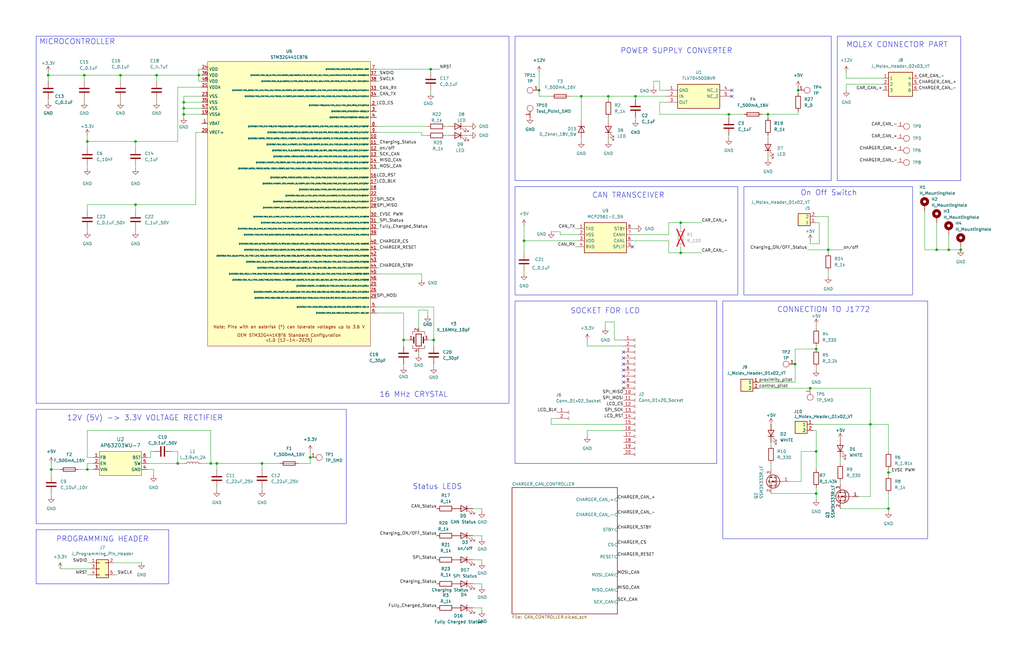
<source format=kicad_sch>
(kicad_sch (version 20250114) (generator "eeschema") (generator_version "9.0")
  (paper "USLedger")
  (rectangle (start 217.17 127) (end 302.26 195.58))
  (rectangle (start 304.8 127) (end 391.16 227.33))
  (rectangle (start 217.17 15.24) (end 350.52 76.2))
  (rectangle (start 15.24 172.72) (end 146.05 220.98))
  (rectangle (start 353.06 15.24) (end 405.13 76.2))
  (rectangle (start 313.69 78.74) (end 384.81 124.46))
  (rectangle (start 217.17 78.74) (end 311.15 124.46))
  (rectangle (start 15.24 15.24) (end 214.63 170.18))
  (text "MOLEX CONNECTOR PART" (at 356.87 20.32 0) (effects (font (size 2.2606 2.2606)) (justify left bottom)))
  (text "PROGRAMMING HEADER" (at 43.18 227.584 0) (effects (font (size 2.2606 2.2606))))
  (text "SOCKET FOR LCD" (at 240.538 132.588 0) (effects (font (size 2.2606 2.2606)) (justify left bottom)))
  (text "12V (5V) -> 3.3V VOLTAGE RECTIFIER" (at 28.194 177.8 0) (effects (font (size 2.2606 2.2606)) (justify left bottom)))
  (text "On Off Switch" (at 337.566 82.804 0) (effects (font (size 2.2606 2.2606)) (justify left bottom)))
  (text "CAN TRANSCEIVER\n" (at 249.682 83.82 0) (effects (font (size 2.2606 2.2606)) (justify left bottom)))
  (text "MICROCONTROLLER" (at 16.51 19.05 0) (effects (font (size 2.2606 2.2606)) (justify left bottom)))
  (text "CONNECTION TO J1772 " (at 327.66 132.08 0) (effects (font (size 2.2606 2.2606)) (justify left bottom)))
  (text "16 MHz CRYSTAL\n" (at 160.02 167.894 0) (effects (font (size 2.2606 2.2606)) (justify left bottom)))
  (text "POWER SUPPLY CONVERTER" (at 261.62 22.86 0) (effects (font (size 2.2606 2.2606)) (justify left bottom)))
  (text "Status LEDS" (at 173.99 206.756 0) (effects (font (size 2.2606 2.2606)) (justify left bottom)))
  (junction (at 374.65 199.39))
  (junction (at 170.18 143.51))
  (junction (at 341.63 163.83))
  (junction (at 130.81 193.04))
  (junction (at 335.28 153.67))
  (junction (at 344.17 190.5))
  (junction (at 36.83 59.69))
  (junction (at 77.47 45.72))
  (junction (at 88.9 195.58))
  (junction (at 344.17 208.28))
  (junction (at 182.88 143.51))
  (junction (at 287.02 106.68))
  (junction (at 57.15 86.36))
  (junction (at 220.98 101.6))
  (junction (at 287.02 93.98))
  (junction (at 367.03 179.07))
  (junction (at 77.47 43.18))
  (junction (at 36.83 198.12))
  (junction (at 66.04 31.75))
  (junction (at 83.82 31.75))
  (junction (at 77.47 48.26))
  (junction (at 227.33 38.1))
  (junction (at 344.17 147.32))
  (junction (at 181.61 29.21))
  (junction (at 35.56 31.75))
  (junction (at 307.34 48.26))
  (junction (at 50.8 31.75))
  (junction (at 336.55 38.1))
  (junction (at 91.44 195.58))
  (junction (at 400.05 105.41))
  (junction (at 20.32 31.75))
  (junction (at 394.97 105.41))
  (junction (at 21.59 198.12))
  (junction (at 256.54 40.64))
  (junction (at 245.11 40.64))
  (junction (at 374.65 214.63))
  (junction (at 349.25 105.41))
  (junction (at 323.85 48.26))
  (junction (at 57.15 59.69))
  (junction (at 74.93 195.58))
  (junction (at 405.13 105.41))
  (junction (at 267.97 40.64))
  (junction (at 110.49 195.58))
  (no_connect (at 262.89 161.29))
  (no_connect (at 262.89 151.13))
  (no_connect (at 262.89 153.67))
  (no_connect (at 262.89 158.75))
  (no_connect (at 308.61 40.64))
  (no_connect (at 266.7 104.14))
  (no_connect (at 262.89 148.59))
  (no_connect (at 308.61 38.1))
  (no_connect (at 262.89 156.21))
  (no_connect (at 262.89 163.83))
  (wire (pts (xy 374.65 214.63) (xy 374.65 215.9)))
  (wire (pts (xy 170.18 132.08) (xy 158.75 132.08)))
  (wire (pts (xy 335.28 153.67) (xy 335.28 161.29)))
  (wire (pts (xy 281.94 93.98) (xy 281.94 99.06)))
  (wire (pts (xy 158.75 102.87) (xy 160.02 102.87)))
  (wire (pts (xy 337.82 190.5) (xy 344.17 190.5)))
  (wire (pts (xy 91.44 195.58) (xy 110.49 195.58)))
  (wire (pts (xy 35.56 34.29) (xy 35.56 31.75)))
  (wire (pts (xy 21.59 198.12) (xy 21.59 195.58)))
  (wire (pts (xy 367.03 209.55) (xy 367.03 179.07)))
  (wire (pts (xy 170.18 143.51) (xy 172.72 143.51)))
  (wire (pts (xy 187.96 53.34) (xy 189.23 53.34)))
  (wire (pts (xy 287.02 104.14) (xy 287.02 106.68)))
  (wire (pts (xy 405.13 104.14) (xy 405.13 105.41)))
  (wire (pts (xy 242.57 104.14) (xy 243.84 104.14)))
  (wire (pts (xy 158.75 66.04) (xy 160.02 66.04)))
  (wire (pts (xy 287.02 106.68) (xy 295.91 106.68)))
  (wire (pts (xy 72.39 190.5) (xy 74.93 190.5)))
  (wire (pts (xy 374.65 208.28) (xy 374.65 214.63)))
  (wire (pts (xy 176.53 130.81) (xy 176.53 138.43)))
  (wire (pts (xy 259.08 143.51) (xy 259.08 135.89)))
  (wire (pts (xy 180.34 143.51) (xy 182.88 143.51)))
  (wire (pts (xy 158.75 71.12) (xy 160.02 71.12)))
  (wire (pts (xy 63.5 190.5) (xy 64.77 190.5)))
  (wire (pts (xy 158.75 60.96) (xy 160.02 60.96)))
  (wire (pts (xy 170.18 143.51) (xy 170.18 146.05)))
  (wire (pts (xy 62.23 193.04) (xy 63.5 193.04)))
  (wire (pts (xy 255.27 135.89) (xy 255.27 138.43)))
  (wire (pts (xy 158.75 91.44) (xy 160.02 91.44)))
  (wire (pts (xy 36.83 237.49) (xy 38.1 237.49)))
  (wire (pts (xy 349.25 114.3) (xy 349.25 116.84)))
  (wire (pts (xy 336.55 39.37) (xy 336.55 38.1)))
  (polyline (pts (xy 15.24 223.52) (xy 15.24 246.38)))
  (wire (pts (xy 85.09 40.64) (xy 77.47 40.64)))
  (wire (pts (xy 158.75 31.75) (xy 160.02 31.75)))
  (wire (pts (xy 66.04 31.75) (xy 83.82 31.75)))
  (wire (pts (xy 278.13 43.18) (xy 278.13 48.26)))
  (wire (pts (xy 243.84 101.6) (xy 220.98 101.6)))
  (wire (pts (xy 275.59 34.29) (xy 275.59 36.83)))
  (wire (pts (xy 36.83 69.85) (xy 36.83 71.12)))
  (wire (pts (xy 50.8 31.75) (xy 50.8 34.29)))
  (wire (pts (xy 281.94 106.68) (xy 287.02 106.68)))
  (wire (pts (xy 332.74 203.2) (xy 337.82 203.2)))
  (wire (pts (xy 177.8 115.57) (xy 177.8 118.11)))
  (wire (pts (xy 203.2 256.54) (xy 203.2 257.81)))
  (wire (pts (xy 400.05 105.41) (xy 405.13 105.41)))
  (wire (pts (xy 36.83 96.52) (xy 36.83 97.79)))
  (wire (pts (xy 344.17 156.21) (xy 344.17 154.94)))
  (wire (pts (xy 199.39 256.54) (xy 203.2 256.54)))
  (wire (pts (xy 394.97 105.41) (xy 400.05 105.41)))
  (polyline (pts (xy 71.12 223.52) (xy 15.24 223.52)))
  (wire (pts (xy 20.32 34.29) (xy 20.32 31.75)))
  (wire (pts (xy 323.85 48.26) (xy 336.55 48.26)))
  (wire (pts (xy 91.44 195.58) (xy 91.44 198.12)))
  (wire (pts (xy 374.65 179.07) (xy 374.65 190.5)))
  (wire (pts (xy 262.89 146.05) (xy 247.65 146.05)))
  (wire (pts (xy 341.63 101.6) (xy 341.63 102.87)))
  (wire (pts (xy 74.93 36.83) (xy 74.93 59.69)))
  (wire (pts (xy 196.85 53.34) (xy 198.12 53.34)))
  (wire (pts (xy 85.09 45.72) (xy 77.47 45.72)))
  (wire (pts (xy 278.13 34.29) (xy 275.59 34.29)))
  (wire (pts (xy 88.9 181.61) (xy 88.9 195.58)))
  (wire (pts (xy 372.11 33.02) (xy 356.87 33.02)))
  (wire (pts (xy 66.04 31.75) (xy 66.04 34.29)))
  (wire (pts (xy 170.18 153.67) (xy 170.18 154.94)))
  (wire (pts (xy 220.98 101.6) (xy 220.98 95.25)))
  (wire (pts (xy 325.12 208.28) (xy 344.17 208.28)))
  (wire (pts (xy 323.85 66.04) (xy 323.85 67.31)))
  (wire (pts (xy 256.54 40.64) (xy 256.54 41.91)))
  (wire (pts (xy 247.65 146.05) (xy 247.65 143.51)))
  (wire (pts (xy 220.98 114.3) (xy 220.98 115.57)))
  (wire (pts (xy 281.94 93.98) (xy 287.02 93.98)))
  (wire (pts (xy 21.59 198.12) (xy 21.59 200.66)))
  (wire (pts (xy 36.83 86.36) (xy 57.15 86.36)))
  (wire (pts (xy 177.8 55.88) (xy 177.8 57.15)))
  (wire (pts (xy 349.25 105.41) (xy 349.25 106.68)))
  (wire (pts (xy 245.11 40.64) (xy 240.03 40.64)))
  (wire (pts (xy 48.26 237.49) (xy 59.69 237.49)))
  (wire (pts (xy 256.54 58.42) (xy 256.54 59.69)))
  (wire (pts (xy 374.65 198.12) (xy 374.65 199.39)))
  (wire (pts (xy 110.49 195.58) (xy 110.49 198.12)))
  (wire (pts (xy 110.49 195.58) (xy 118.11 195.58)))
  (wire (pts (xy 203.2 214.63) (xy 203.2 215.9)))
  (wire (pts (xy 85.09 36.83) (xy 74.93 36.83)))
  (wire (pts (xy 227.33 38.1) (xy 227.33 40.64)))
  (wire (pts (xy 21.59 208.28) (xy 21.59 209.55)))
  (wire (pts (xy 181.61 29.21) (xy 181.61 30.48)))
  (wire (pts (xy 344.17 181.61) (xy 344.17 190.5)))
  (wire (pts (xy 354.33 193.04) (xy 354.33 195.58)))
  (wire (pts (xy 85.09 29.21) (xy 83.82 29.21)))
  (wire (pts (xy 325.12 186.69) (xy 325.12 187.96)))
  (wire (pts (xy 181.61 38.1) (xy 181.61 39.37)))
  (wire (pts (xy 342.9 179.07) (xy 367.03 179.07)))
  (wire (pts (xy 389.89 88.9) (xy 389.89 105.41)))
  (wire (pts (xy 180.34 133.35) (xy 180.34 130.81)))
  (wire (pts (xy 344.17 208.28) (xy 344.17 210.82)))
  (wire (pts (xy 180.34 130.81) (xy 176.53 130.81)))
  (wire (pts (xy 57.15 86.36) (xy 57.15 88.9)))
  (wire (pts (xy 77.47 45.72) (xy 77.47 48.26)))
  (wire (pts (xy 344.17 205.74) (xy 344.17 208.28)))
  (wire (pts (xy 39.37 198.12) (xy 36.83 198.12)))
  (wire (pts (xy 182.88 129.54) (xy 182.88 143.51)))
  (wire (pts (xy 20.32 31.75) (xy 35.56 31.75)))
  (wire (pts (xy 232.41 176.53) (xy 234.95 176.53)))
  (wire (pts (xy 307.34 57.15) (xy 307.34 58.42)))
  (wire (pts (xy 187.96 57.15) (xy 189.23 57.15)))
  (wire (pts (xy 267.97 40.64) (xy 267.97 41.91)))
  (wire (pts (xy 242.57 96.52) (xy 243.84 96.52)))
  (wire (pts (xy 158.75 53.34) (xy 180.34 53.34)))
  (wire (pts (xy 158.75 105.41) (xy 160.02 105.41)))
  (wire (pts (xy 110.49 205.74) (xy 110.49 207.01)))
  (wire (pts (xy 83.82 31.75) (xy 85.09 31.75)))
  (wire (pts (xy 82.55 86.36) (xy 57.15 86.36)))
  (wire (pts (xy 374.65 199.39) (xy 375.92 199.39)))
  (wire (pts (xy 85.09 43.18) (xy 77.47 43.18)))
  (wire (pts (xy 349.25 105.41) (xy 355.6 105.41)))
  (wire (pts (xy 247.65 181.61) (xy 247.65 184.15)))
  (wire (pts (xy 342.9 181.61) (xy 344.17 181.61)))
  (wire (pts (xy 266.7 96.52) (xy 267.97 96.52)))
  (wire (pts (xy 158.75 63.5) (xy 160.02 63.5)))
  (wire (pts (xy 336.55 48.26) (xy 336.55 46.99)))
  (wire (pts (xy 39.37 193.04) (xy 36.83 193.04)))
  (wire (pts (xy 256.54 40.64) (xy 267.97 40.64)))
  (wire (pts (xy 320.04 163.83) (xy 341.63 163.83)))
  (wire (pts (xy 88.9 195.58) (xy 91.44 195.58)))
  (wire (pts (xy 340.36 105.41) (xy 349.25 105.41)))
  (wire (pts (xy 182.88 143.51) (xy 182.88 146.05)))
  (wire (pts (xy 203.2 246.38) (xy 203.2 247.65)))
  (wire (pts (xy 267.97 40.64) (xy 280.67 40.64)))
  (wire (pts (xy 344.17 93.98) (xy 345.44 93.98)))
  (wire (pts (xy 341.63 163.83) (xy 367.03 163.83)))
  (wire (pts (xy 307.34 48.26) (xy 313.69 48.26)))
  (wire (pts (xy 344.17 91.44) (xy 349.25 91.44)))
  (wire (pts (xy 182.88 129.54) (xy 158.75 129.54)))
  (wire (pts (xy 36.83 88.9) (xy 36.83 86.36)))
  (wire (pts (xy 344.17 138.43) (xy 344.17 137.16)))
  (wire (pts (xy 82.55 55.88) (xy 82.55 86.36)))
  (wire (pts (xy 280.67 38.1) (xy 278.13 38.1)))
  (wire (pts (xy 182.88 153.67) (xy 182.88 154.94)))
  (wire (pts (xy 50.8 31.75) (xy 66.04 31.75)))
  (wire (pts (xy 170.18 132.08) (xy 170.18 143.51)))
  (wire (pts (xy 36.83 198.12) (xy 33.02 198.12)))
  (wire (pts (xy 262.89 143.51) (xy 259.08 143.51)))
  (wire (pts (xy 158.75 34.29) (xy 160.02 34.29)))
  (wire (pts (xy 57.15 59.69) (xy 57.15 62.23)))
  (wire (pts (xy 158.75 113.03) (xy 160.02 113.03)))
  (wire (pts (xy 236.22 99.06) (xy 243.84 99.06)))
  (wire (pts (xy 77.47 48.26) (xy 77.47 49.53)))
  (wire (pts (xy 278.13 38.1) (xy 278.13 34.29)))
  (wire (pts (xy 320.04 161.29) (xy 335.28 161.29)))
  (wire (pts (xy 20.32 41.91) (xy 20.32 43.18)))
  (wire (pts (xy 203.2 236.22) (xy 203.2 237.49)))
  (wire (pts (xy 325.12 195.58) (xy 325.12 198.12)))
  (wire (pts (xy 374.65 199.39) (xy 374.65 200.66)))
  (wire (pts (xy 57.15 96.52) (xy 57.15 97.79)))
  (wire (pts (xy 367.03 209.55) (xy 361.95 209.55)))
  (wire (pts (xy 262.89 179.07) (xy 232.41 179.07)))
  (wire (pts (xy 281.94 106.68) (xy 281.94 101.6)))
  (wire (pts (xy 176.53 148.59) (xy 176.53 149.86)))
  (wire (pts (xy 25.4 240.03) (xy 38.1 240.03)))
  (wire (pts (xy 220.98 101.6) (xy 220.98 106.68)))
  (wire (pts (xy 344.17 147.32) (xy 335.28 147.32)))
  (wire (pts (xy 158.75 55.88) (xy 177.8 55.88)))
  (wire (pts (xy 262.89 181.61) (xy 247.65 181.61)))
  (wire (pts (xy 344.17 190.5) (xy 344.17 198.12)))
  (wire (pts (xy 63.5 193.04) (xy 63.5 190.5)))
  (wire (pts (xy 321.31 48.26) (xy 323.85 48.26)))
  (wire (pts (xy 280.67 43.18) (xy 278.13 43.18)))
  (wire (pts (xy 158.75 68.58) (xy 160.02 68.58)))
  (wire (pts (xy 199.39 246.38) (xy 203.2 246.38)))
  (wire (pts (xy 199.39 214.63) (xy 203.2 214.63)))
  (wire (pts (xy 344.17 146.05) (xy 344.17 147.32)))
  (wire (pts (xy 245.11 40.64) (xy 245.11 50.8)))
  (wire (pts (xy 74.93 190.5) (xy 74.93 195.58)))
  (wire (pts (xy 158.75 29.21) (xy 181.61 29.21)))
  (wire (pts (xy 389.89 105.41) (xy 394.97 105.41)))
  (wire (pts (xy 367.03 163.83) (xy 367.03 179.07)))
  (wire (pts (xy 356.87 35.56) (xy 356.87 38.1)))
  (wire (pts (xy 259.08 135.89) (xy 255.27 135.89)))
  (wire (pts (xy 158.75 115.57) (xy 177.8 115.57)))
  (wire (pts (xy 20.32 30.48) (xy 20.32 31.75)))
  (wire (pts (xy 125.73 195.58) (xy 130.81 195.58)))
  (wire (pts (xy 48.26 242.57) (xy 49.53 242.57)))
  (wire (pts (xy 36.83 57.15) (xy 36.83 59.69)))
  (wire (pts (xy 77.47 40.64) (xy 77.47 43.18)))
  (wire (pts (xy 354.33 203.2) (xy 354.33 204.47)))
  (wire (pts (xy 74.93 195.58) (xy 77.47 195.58)))
  (wire (pts (xy 25.4 198.12) (xy 21.59 198.12)))
  (wire (pts (xy 35.56 31.75) (xy 50.8 31.75)))
  (wire (pts (xy 232.41 179.07) (xy 232.41 176.53)))
  (wire (pts (xy 281.94 101.6) (xy 266.7 101.6)))
  (wire (pts (xy 356.87 30.48) (xy 356.87 33.02)))
  (wire (pts (xy 335.28 147.32) (xy 335.28 153.67)))
  (wire (pts (xy 50.8 41.91) (xy 50.8 43.18)))
  (wire (pts (xy 83.82 31.75) (xy 83.82 34.29)))
  (wire (pts (xy 77.47 43.18) (xy 77.47 45.72)))
  (wire (pts (xy 91.44 205.74) (xy 91.44 207.01)))
  (wire (pts (xy 158.75 38.1) (xy 160.02 38.1)))
  (wire (pts (xy 62.23 198.12) (xy 64.77 198.12)))
  (wire (pts (xy 181.61 29.21) (xy 185.42 29.21)))
  (polyline (pts (xy 71.12 246.38) (xy 71.12 223.52)))
  (wire (pts (xy 394.97 93.98) (xy 394.97 105.41)))
  (wire (pts (xy 256.54 49.53) (xy 256.54 50.8)))
  (wire (pts (xy 158.75 40.64) (xy 160.02 40.64)))
  (wire (pts (xy 256.54 40.64) (xy 245.11 40.64)))
  (wire (pts (xy 36.83 193.04) (xy 36.83 181.61)))
  (wire (pts (xy 337.82 203.2) (xy 337.82 190.5)))
  (wire (pts (xy 232.41 40.64) (xy 227.33 40.64)))
  (wire (pts (xy 323.85 57.15) (xy 323.85 58.42)))
  (wire (pts (xy 83.82 29.21) (xy 83.82 31.75)))
  (wire (pts (xy 199.39 236.22) (xy 203.2 236.22)))
  (polyline (pts (xy 15.24 246.38) (xy 71.12 246.38)))
  (wire (pts (xy 372.11 35.56) (xy 356.87 35.56)))
  (wire (pts (xy 158.75 93.98) (xy 160.02 93.98)))
  (wire (pts (xy 66.04 41.91) (xy 66.04 43.18)))
  (wire (pts (xy 57.15 59.69) (xy 36.83 59.69)))
  (wire (pts (xy 400.05 99.06) (xy 400.05 105.41)))
  (wire (pts (xy 130.81 193.04) (xy 130.81 190.5)))
  (wire (pts (xy 83.82 34.29) (xy 85.09 34.29)))
  (wire (pts (xy 345.44 93.98) (xy 345.44 102.87)))
  (wire (pts (xy 36.83 242.57) (xy 38.1 242.57)))
  (wire (pts (xy 354.33 214.63) (xy 374.65 214.63)))
  (wire (pts (xy 85.09 55.88) (xy 82.55 55.88)))
  (wire (pts (xy 345.44 102.87) (xy 341.63 102.87)))
  (wire (pts (xy 64.77 198.12) (xy 64.77 200.66)))
  (wire (pts (xy 85.09 195.58) (xy 88.9 195.58)))
  (wire (pts (xy 307.34 48.26) (xy 307.34 49.53)))
  (wire (pts (xy 36.83 59.69) (xy 36.83 62.23)))
  (wire (pts (xy 232.41 97.79) (xy 236.22 97.79)))
  (wire (pts (xy 336.55 38.1) (xy 336.55 36.83)))
  (wire (pts (xy 267.97 49.53) (xy 267.97 50.8)))
  (wire (pts (xy 177.8 57.15) (xy 180.34 57.15)))
  (wire (pts (xy 367.03 179.07) (xy 374.65 179.07)))
  (wire (pts (xy 323.85 48.26) (xy 323.85 49.53)))
  (wire (pts (xy 62.23 195.58) (xy 74.93 195.58)))
  (wire (pts (xy 203.2 226.06) (xy 203.2 227.33)))
  (wire (pts (xy 278.13 48.26) (xy 307.34 48.26)))
  (wire (pts (xy 227.33 30.48) (xy 227.33 38.1)))
  (wire (pts (xy 36.83 195.58) (xy 36.83 198.12)))
  (wire (pts (xy 281.94 99.06) (xy 266.7 99.06)))
  (wire (pts (xy 245.11 58.42) (xy 245.11 59.69)))
  (wire (pts (xy 287.02 93.98) (xy 295.91 93.98)))
  (wire (pts (xy 287.02 93.98) (xy 287.02 96.52)))
  (wire (pts (xy 199.39 226.06) (xy 203.2 226.06)))
  (wire (pts (xy 130.81 195.58) (xy 130.81 193.04)))
  (wire (pts (xy 349.25 91.44) (xy 349.25 105.41)))
  (wire (pts (xy 35.56 41.91) (xy 35.56 43.18)))
  (wire (pts (xy 236.22 97.79) (xy 236.22 99.06)))
  (wire (pts (xy 39.37 195.58) (xy 36.83 195.58)))
  (wire (pts (xy 85.09 48.26) (xy 77.47 48.26)))
  (wire (pts (xy 196.85 57.15) (xy 198.12 57.15)))
  (wire (pts (xy 74.93 59.69) (xy 57.15 59.69)))
  (wire (pts (xy 57.15 69.85) (xy 57.15 71.12)))
  (wire (pts (xy 36.83 181.61) (xy 88.9 181.61)))
  (wire (pts (xy 158.75 96.52) (xy 160.02 96.52)))
  (label "SPI_Status" (at 184.15 236.22 180))
  (label "Charging_Status" (at 184.15 246.38 180))
  (label "CAR_CAN_+" (at 378.46 58.42 180))
  (label "Charging_Status" (at 160.02 60.96 0))
  (label "SCK_CAN" (at 160.02 66.04 0))
  (label "CAN_Status" (at 184.15 214.63 180))
  (label "MISO_CAN" (at 260.35 248.92 0))
  (label "Fully_Charged_Status" (at 184.15 256.54 180))
  (label "SPI_MOSI" (at 158.75 125.73 0))
  (label "LCD_RST" (at 262.89 176.53 180))
  (label "MOSI_CAN" (at 260.35 242.57 0))
  (label "CAR_CAN_-" (at 387.35 33.02 0))
  (label "MOSI_CAN" (at 160.02 71.12 0))
  (label "SPI_SCK" (at 262.89 173.99 180))
  (label "LCD_CS" (at 158.75 44.45 0))
  (label "Fully_Charged_Status" (at 160.02 96.52 0))
  (label "CHARGER_CAN_-" (at 260.35 217.17 0))
  (label "Charging_ON{slash}OFF_Status" (at 184.15 226.06 180))
  (label "CAR_CAN_-" (at 295.91 106.68 0))
  (label "SCK_CAN" (at 260.35 254 0))
  (label "on{slash}off" (at 160.02 63.5 0))
  (label "CHARGER_CAN_+" (at 260.35 210.82 0))
  (label "CAR_CAN_-" (at 378.46 53.34 180))
  (label "SPI_MISO" (at 262.89 166.37 180))
  (label "LCD_RST" (at 158.75 74.93 0))
  (label "CHARGER_CAN_+" (at 387.35 35.56 0))
  (label "SPI_SCK" (at 158.75 85.09 0))
  (label "EVSE PWM" (at 160.02 91.44 0))
  (label "EVSE PWM" (at 375.92 199.39 0))
  (label "CHARGER_RESET" (at 260.35 234.95 0))
  (label "Charging_ON{slash}OFF_Status" (at 340.36 105.41 180))
  (label "proximity_pilot" (at 320.04 161.29 0))
  (label "on{slash}off" (at 355.6 105.41 0))
  (label "SPI_MOSI" (at 262.89 168.91 180))
  (label "SWCLK" (at 49.53 242.57 0))
  (label "control_pilot" (at 320.04 163.83 0))
  (label "CAN_RX" (at 160.02 38.1 0))
  (label "SPI_MISO" (at 158.75 87.63 0))
  (label "CAN_TX" (at 160.02 40.64 0))
  (label "SWDIO" (at 36.83 237.49 180))
  (label "SWDIO" (at 160.02 31.75 0))
  (label "CHARGER_STBY" (at 160.02 113.03 0))
  (label "LCD_CS" (at 262.89 171.45 180))
  (label "CHARGER_STBY" (at 260.35 223.52 0))
  (label "SWCLK" (at 160.02 34.29 0))
  (label "MISO_CAN" (at 160.02 68.58 0))
  (label "CHARGER_CAN_-" (at 378.46 68.58 180))
  (label "NRST" (at 185.42 29.21 0))
  (label "CHARGER_CS" (at 260.35 229.87 0))
  (label "CHARGER_RESET" (at 160.02 105.41 0))
  (label "CAN_TX" (at 242.57 96.52 180))
  (label "CAN_RX" (at 242.57 104.14 180))
  (label "LCD_BLK" (at 234.95 173.99 180))
  (label "LCD_BLK" (at 158.75 77.47 0))
  (label "SPI_Status" (at 160.02 93.98 0))
  (label "NRST" (at 36.83 242.57 180))
  (label "CAR_CAN_+" (at 372.11 38.1 180))
  (label "CHARGER_CAN_-" (at 387.35 38.1 0))
  (label "CAR_CAN_+" (at 295.91 93.98 0))
  (label "CHARGER_CAN_+" (at 378.46 63.5 180))
  (label "CHARGER_CS" (at 160.02 102.87 0))
  (symbol (lib_id "OEM:C_22uF_25V_1206") (at 110.49 201.93 0) (unit 1)
    (property "Reference" "C12" (at 114.3 200.6599 0) (effects (justify left)))
    (property "Value" "C_22uF_25V" (at 114.3 203.1999 0) (effects (justify left)))
    (property "Footprint" "OEM:C_1206_3216Metric" (effects (hide yes)))
    (property "Datasheet" "https://mm.digikey.com/Volume0/opasdata/d220001/medias/docus/658/CL31A226KAHNNNE_Spec.pdf" (effects (hide yes)))
    (property "Description" "CAP CER 22UF 25V X5R 1206" (effects (hide yes)))
    (property "MPN" "CL31A226KAHNNNE" (effects (hide yes)))
  )
  (symbol (lib_id "power:GND") (at 203.2 215.9 0) (unit 1)
    (property "Reference" "#PWR0107" (effects (hide yes)))
    (property "Value" "GND" (at 203.327 220.2942 0))
  )
  (symbol (lib_id "power:+3.3V") (at 25.4 240.03 0) (unit 1)
    (property "Reference" "#PWR017" (effects (hide yes)))
    (property "Value" "+3.3V" (at 25.4 234.95 0))
    (property "Description" "Power symbol creates a global label with name \"+3.3V\"" (effects (hide yes)))
  )
  (symbol (lib_id "OEM:C_0.1uF_50V_0603") (at 220.98 110.49 0) (unit 1)
    (property "Reference" "C21" (at 225.552 109.474 0) (effects (justify left)))
    (property "Value" "C_0.1uF" (at 224.282 113.03 0) (effects (justify left)))
    (property "Footprint" "OEM:C_0603_1608Metric" (effects (hide yes)))
    (property "Datasheet" "https://mm.digikey.com/Volume0/opasdata/d220001/medias/docus/658/CL10B104KB8NNWC_Spec.pdf" (effects (hide yes)))
    (property "Description" "CAP CER 0.1UF 50V X7R 0603" (effects (hide yes)))
    (property "MPN" "CL10B104KB8NNWC" (effects (hide yes)))
  )
  (symbol (lib_id "OEM:C_0.1uF_50V_0603") (at 50.8 38.1 0) (unit 1)
    (property "Reference" "C16" (at 46.99 25.654 0) (effects (justify left)))
    (property "Value" "C_0.1uF" (at 46.99 28.194 0) (effects (justify left)))
    (property "Footprint" "OEM:C_0603_1608Metric" (effects (hide yes)))
    (property "Datasheet" "https://mm.digikey.com/Volume0/opasdata/d220001/medias/docus/658/CL10B104KB8NNWC_Spec.pdf" (effects (hide yes)))
    (property "Description" "CAP CER 0.1UF 50V X7R 0603" (effects (hide yes)))
    (property "MPN" "CL10B104KB8NNWC" (effects (hide yes)))
  )
  (symbol (lib_id "OEM:C_0.1uF_50V_0603") (at 181.61 34.29 0) (unit 1)
    (property "Reference" "C17" (at 185.42 33.0199 0) (effects (justify left)))
    (property "Value" "C_0.1uF" (at 185.42 35.5599 0) (effects (justify left)))
    (property "Footprint" "OEM:C_0603_1608Metric" (effects (hide yes)))
    (property "Datasheet" "https://mm.digikey.com/Volume0/opasdata/d220001/medias/docus/658/CL10B104KB8NNWC_Spec.pdf" (effects (hide yes)))
    (property "Description" "CAP CER 0.1UF 50V X7R 0603" (effects (hide yes)))
    (property "MPN" "CL10B104KB8NNWC" (effects (hide yes)))
  )
  (symbol (lib_id "OEM:TP_Hook_SMD") (at 334.01 153.67 90) (unit 1)
    (property "Reference" "TP2" (at 331.47 148.59 90))
    (property "Value" "TP" (at 331.47 151.13 90))
    (property "Footprint" "OEM:TP_Hook_SMD" (effects (hide yes)))
    (property "Datasheet" "https://www.mouser.com/datasheet/3/201/1/5019.PDF" (effects (hide yes)))
    (property "Description" "Test Point SMD Hook" (effects (hide yes)))
    (property "MPN" "5019" (effects (hide yes)))
  )
  (symbol (lib_name "GND_22") (lib_id "power:GND") (at 256.54 59.69 0) (unit 1)
    (property "Reference" "#PWR026" (effects (hide yes)))
    (property "Value" "GND" (at 256.54 64.77 0))
    (property "Description" "Power symbol creates a global label with name \"GND\" , ground" (effects (hide yes)))
  )
  (symbol (lib_id "OEM:F_500mA_16V_1210") (at 121.92 195.58 90) (unit 1)
    (property "Reference" "F1" (at 121.92 189.23 90))
    (property "Value" "F_500mA_16V" (at 121.92 191.77 90))
    (property "Footprint" "OEM:Fuse_1210_3225Metric" (effects (hide yes)))
    (property "Datasheet" "https://www.mouser.com/datasheet/3/191/1/ds-cp-0zch-series.pdf" (effects (hide yes)))
    (property "Description" "PTC RESET FUSE 16V 500MA 1210" (effects (hide yes)))
    (property "MPN" "0ZCH0050FF2G" (effects (hide yes)))
  )
  (symbol (lib_id "OEM:D_LED_White_0805") (at 325.12 182.88 90) (unit 1)
    (property "Reference" "D2" (at 328.93 183.1974 90) (effects (justify right)))
    (property "Value" "WHITE" (at 328.93 185.7374 90) (effects (justify right)))
    (property "Footprint" "OEM:D_0805_2012Metric" (effects (hide yes)))
    (property "Datasheet" "https://www.qt-brightek.com/datasheet/QBLP631_series.pdf" (effects (hide yes)))
    (property "Description" "LED WHITE DIFFUSED 0805 SMD" (effects (hide yes)))
    (property "Sim.Pins" "1=K 2=A" (effects (hide yes)))
    (property "MPN" "QBLP631-IW" (effects (hide yes)))
  )
  (symbol (lib_name "GND_26") (lib_id "power:GND") (at 356.87 38.1 0) (unit 1)
    (property "Reference" "#PWR033" (effects (hide yes)))
    (property "Value" "GND" (at 356.87 43.18 0))
    (property "Description" "Power symbol creates a global label with name \"GND\" , ground" (effects (hide yes)))
  )
  (symbol (lib_id "OEM:R_1k_0.1W_0603") (at 187.96 246.38 90) (unit 1)
    (property "Reference" "R23" (at 187.96 240.03 90))
    (property "Value" "R_1k" (at 187.96 242.57 90))
    (property "Footprint" "OEM:R_0603_1608Metric" (effects (hide yes)))
    (property "Datasheet" "https://www.mouser.com/datasheet/3/1099/1/SEI-RMCF_RMCP.pdf (or https://industrial.panasonic.com/ww/products/pt/general-purpose-chip-resistors/models/ERJ3GEYJ102V)" (effects (hide yes)))
    (property "Description" "RES SMD 1K OHM 5% 1/10W 0603" (effects (hide yes)))
    (property "MPN" "RMCF0603FT1K00 (or ERJ-3GEYJ102V)" (effects (hide yes)))
  )
  (symbol (lib_id "OEM:R_1k_0.1W_0603") (at 187.96 214.63 90) (unit 1)
    (property "Reference" "R17" (at 187.96 209.042 90))
    (property "Value" "R_1k" (at 187.96 211.582 90))
    (property "Footprint" "OEM:R_0603_1608Metric" (effects (hide yes)))
    (property "Datasheet" "https://www.mouser.com/datasheet/3/1099/1/SEI-RMCF_RMCP.pdf (or https://industrial.panasonic.com/ww/products/pt/general-purpose-chip-resistors/models/ERJ3GEYJ102V)" (effects (hide yes)))
    (property "Description" "RES SMD 1K OHM 5% 1/10W 0603" (effects (hide yes)))
    (property "MPN" "RMCF0603FT1K00 (or ERJ-3GEYJ102V)" (effects (hide yes)))
  )
  (symbol (lib_id "power:GND") (at 203.2 247.65 0) (unit 1)
    (property "Reference" "#PWR0113" (effects (hide yes)))
    (property "Value" "GND" (at 203.327 252.0442 0))
  )
  (symbol (lib_name "GND_4") (lib_id "power:GND") (at 35.56 43.18 0) (unit 1)
    (property "Reference" "#PWR02" (effects (hide yes)))
    (property "Value" "GND" (at 35.56 47.752 0))
    (property "Description" "Power symbol creates a global label with name \"GND\" , ground" (effects (hide yes)))
  )
  (symbol (lib_id "OEM:R_1k_0.1W_0603") (at 184.15 57.15 270) (unit 1)
    (property "Reference" "R25" (at 184.658 60.198 90))
    (property "Value" "R_1k" (at 184.658 62.738 90))
    (property "Footprint" "OEM:R_0603_1608Metric" (effects (hide yes)))
    (property "Datasheet" "https://www.mouser.com/datasheet/3/1099/1/SEI-RMCF_RMCP.pdf (or https://industrial.panasonic.com/ww/products/pt/general-purpose-chip-resistors/models/ERJ3GEYJ102V)" (effects (hide yes)))
    (property "Description" "RES SMD 1K OHM 5% 1/10W 0603" (effects (hide yes)))
    (property "MPN" "RMCF0603FT1K00 (or ERJ-3GEYJ102V)" (effects (hide yes)))
  )
  (symbol (lib_id "OEM:D_LED_Blue_0805") (at 195.58 214.63 0) (mirror y) (unit 1)
    (property "Reference" "D5" (at 195.326 217.678 0))
    (property "Value" "CAN Status" (at 195.326 220.218 0))
    (property "Footprint" "OEM:D_0805_2012Metric" (effects (hide yes)))
    (property "Datasheet" "https://www.mouser.com/catalog/specsheets/Lite-On_LTST-C171TBKT.pdf" (effects (hide yes)))
    (property "Description" "LED BLUE CLEAR CHIP SMD" (effects (hide yes)))
    (property "Sim.Pins" "1=K 2=A" (effects (hide yes)))
    (property "MPN" "LTST-C171TBKT" (effects (hide yes)))
  )
  (symbol (lib_id "OEM:H_MountingHole") (at 405.13 101.6 0) (unit 1) (in_bom no)
    (property "Reference" "H4" (at 402.844 94.234 0) (effects (justify left)))
    (property "Value" "H_MountingHole" (at 402.844 96.774 0) (effects (justify left)))
    (property "Footprint" "OEM:H_MountingHole" (effects (hide yes)))
    (property "Description" "Mounting Hole with connection" (effects (hide yes)))
  )
  (symbol (lib_id "OEM:U_CAN-Transceiver_MCP2561-E_SN_SOIC-8") (at 255.27 100.33 0) (unit 1)
    (property "Reference" "U9" (at 255.27 88.9 0))
    (property "Value" "MCP2561-E_SN" (at 255.27 91.44 0))
    (property "Footprint" "OEM:SOIC-8_3.9x4.9mm_P1.27mm" (effects (hide yes)))
    (property "Datasheet" "https://www.mouser.com/datasheet/3/282/1/20005167C.pdf" (effects (hide yes)))
    (property "Description" "IC TRANSCEIVER HALF 1/1 8SOIC" (effects (hide yes)))
    (property "MPN" "MCP2561-E/SN" (effects (hide yes)))
  )
  (symbol (lib_id "OEM:Q_NMOS_30V_6A_SOT-23F") (at 356.87 209.55 0) (mirror y) (unit 1)
    (property "Reference" "Q3" (at 348.996 218.694 90) (effects (justify left)))
    (property "Value" "SSM3K333R,LF" (at 351.282 218.694 90) (effects (justify left)))
    (property "Footprint" "OEM:SOT-23-3" (effects (hide yes)))
    (property "Datasheet" "https://www.mouser.com/datasheet/3/105/1/6D62190F2E76D58532DB25403AB4F650F25B6580F37A84A2AFAB7A89D257D933.pdf" (effects (hide yes)))
    (property "Description" "MOSFET N CH 30V 6A 2-3Z1A" (effects (hide yes)))
  )
  (symbol (lib_id "Connector:Conn_01x20_Socket") (at 267.97 166.37 0) (unit 1)
    (property "Reference" "J2" (at 269.24 166.3699 0) (effects (justify left)))
    (property "Value" "Conn_01x20_Socket" (at 269.24 168.9099 0) (effects (justify left)))
    (property "Footprint" "Connector_PinSocket_2.54mm:PinSocket_1x20_P2.54mm_Vertical" (effects (hide yes)))
    (property "Description" "Generic connector, single row, 01x20, script generated" (effects (hide yes)))
  )
  (symbol (lib_id "OEM:U_5V-Volt-Reg_TLV70450DBVR_SOT23-5") (at 294.64 40.64 0) (unit 1)
    (property "Reference" "U1" (at 294.64 30.48 0))
    (property "Value" "TLV70450DBVR" (at 294.64 33.02 0))
    (property "Footprint" "OEM:SOT-23-5" (effects (hide yes)))
    (property "Datasheet" "http://www.ti.com/lit/gpn/tlv704" (effects (hide yes)))
    (property "Description" "IC REG LINEAR 5V 150MA SOT23-5" (effects (hide yes)))
    (property "MPN" "TLV70450DBVR" (effects (hide yes)))
  )
  (symbol (lib_name "GND_15") (lib_id "power:GND") (at 198.12 53.34 90) (unit 1)
    (property "Reference" "#PWR015" (effects (hide yes)))
    (property "Value" "GND" (at 201.93 53.3399 90) (effects (justify right)))
    (property "Description" "Power symbol creates a global label with name \"GND\" , ground" (effects (hide yes)))
  )
  (symbol (lib_id "OEM:R_1.43k_0.1W_0603") (at 344.17 201.93 0) (unit 1)
    (property "Reference" "R7" (at 345.44 200.66 0) (effects (justify left)))
    (property "Value" "R_1.43k" (at 345.44 203.2 0) (effects (justify left)))
    (property "Footprint" "OEM:R_0603_1608Metric" (effects (hide yes)))
    (property "Datasheet" "https://www.mouser.com/datasheet/3/1099/1/SEI-RMCF_RMCP.pdf" (effects (hide yes)))
    (property "Description" "RES 1.43K OHM 1% 1/10W 0603" (effects (hide yes)))
    (property "MPN" "RMCF0603FT1K43" (effects (hide yes)))
  )
  (symbol (lib_id "OEM:C_0.1uF_50V_0603") (at 68.58 190.5 90) (unit 1)
    (property "Reference" "C10" (at 68.58 184.404 90))
    (property "Value" "C_0.1uF_50V" (at 68.58 186.944 90))
    (property "Footprint" "OEM:C_0603_1608Metric" (effects (hide yes)))
    (property "Datasheet" "https://mm.digikey.com/Volume0/opasdata/d220001/medias/docus/658/CL10B104KB8NNWC_Spec.pdf" (effects (hide yes)))
    (property "Description" "CAP CER 0.1UF 50V X7R 0603" (effects (hide yes)))
    (property "MPN" "CL10B104KB8NNWC" (effects (hide yes)))
  )
  (symbol (lib_id "power:GND") (at 374.65 215.9 0) (unit 1)
    (property "Reference" "#PWR0122" (effects (hide yes)))
    (property "Value" "GND" (at 374.65 220.98 0))
  )
  (symbol (lib_name "GND_12") (lib_id "power:GND") (at 176.53 149.86 0) (unit 1)
    (property "Reference" "#PWR012" (effects (hide yes)))
    (property "Value" "GND" (at 176.53 154.178 0))
    (property "Description" "Power symbol creates a global label with name \"GND\" , ground" (effects (hide yes)))
  )
  (symbol (lib_id "OEM:C_0.1uF_50V_0603") (at 35.56 38.1 0) (unit 1)
    (property "Reference" "C15" (at 33.528 26.162 0) (effects (justify left)))
    (property "Value" "C_0.1uF" (at 33.528 28.702 0) (effects (justify left)))
    (property "Footprint" "OEM:C_0603_1608Metric" (effects (hide yes)))
    (property "Datasheet" "https://mm.digikey.com/Volume0/opasdata/d220001/medias/docus/658/CL10B104KB8NNWC_Spec.pdf" (effects (hide yes)))
    (property "Description" "CAP CER 0.1UF 50V X7R 0603" (effects (hide yes)))
    (property "MPN" "CL10B104KB8NNWC" (effects (hide yes)))
  )
  (symbol (lib_name "+5V_3") (lib_id "power:+5V") (at 220.98 95.25 0) (unit 1)
    (property "Reference" "#PWR019" (effects (hide yes)))
    (property "Value" "+5V" (at 220.98 90.17 0))
    (property "Description" "Power symbol creates a global label with name \"+5V\"" (effects (hide yes)))
  )
  (symbol (lib_name "GND_31") (lib_id "power:GND") (at 110.49 207.01 0) (unit 1)
    (property "Reference" "#PWR040" (effects (hide yes)))
    (property "Value" "GND" (at 110.49 212.09 0))
    (property "Description" "Power symbol creates a global label with name \"GND\" , ground" (effects (hide yes)))
  )
  (symbol (lib_id "power:+3.3V") (at 20.32 30.48 0) (unit 1)
    (property "Reference" "#PWR05" (effects (hide yes)))
    (property "Value" "+3.3V" (at 20.32 26.67 0))
    (property "Description" "Power symbol creates a global label with name \"+3.3V\"" (effects (hide yes)))
  )
  (symbol (lib_id "OEM:R_1k_0.1W_0603") (at 187.96 236.22 90) (unit 1)
    (property "Reference" "R21" (at 187.96 229.87 90))
    (property "Value" "R_1k" (at 187.96 232.41 90))
    (property "Footprint" "OEM:R_0603_1608Metric" (effects (hide yes)))
    (property "Datasheet" "https://www.mouser.com/datasheet/3/1099/1/SEI-RMCF_RMCP.pdf (or https://industrial.panasonic.com/ww/products/pt/general-purpose-chip-resistors/models/ERJ3GEYJ102V)" (effects (hide yes)))
    (property "Description" "RES SMD 1K OHM 5% 1/10W 0603" (effects (hide yes)))
    (property "MPN" "RMCF0603FT1K00 (or ERJ-3GEYJ102V)" (effects (hide yes)))
  )
  (symbol (lib_id "OEM:Q_NMOS_30V_6A_SOT-23F") (at 327.66 203.2 0) (mirror y) (unit 1)
    (property "Reference" "Q2" (at 318.77 210.566 90) (effects (justify left)))
    (property "Value" "SSM3K333R,LF" (at 321.056 210.566 90) (effects (justify left)))
    (property "Footprint" "OEM:SOT-23-3" (effects (hide yes)))
    (property "Datasheet" "https://www.mouser.com/datasheet/3/105/1/6D62190F2E76D58532DB25403AB4F650F25B6580F37A84A2AFAB7A89D257D933.pdf" (effects (hide yes)))
    (property "Description" "MOSFET N CH 30V 6A 2-3Z1A" (effects (hide yes)))
  )
  (symbol (lib_id "OEM:D_LED_White_0805") (at 354.33 189.23 90) (unit 1)
    (property "Reference" "D1" (at 358.14 189.5474 90) (effects (justify right)))
    (property "Value" "WHITE" (at 358.14 192.0874 90) (effects (justify right)))
    (property "Footprint" "OEM:D_0805_2012Metric" (effects (hide yes)))
    (property "Datasheet" "https://www.qt-brightek.com/datasheet/QBLP631_series.pdf" (effects (hide yes)))
    (property "Description" "LED WHITE DIFFUSED 0805 SMD" (effects (hide yes)))
    (property "Sim.Pins" "1=K 2=A" (effects (hide yes)))
    (property "MPN" "QBLP631-IW" (effects (hide yes)))
  )
  (symbol (lib_name "GND_19") (lib_id "power:GND") (at 267.97 96.52 90) (unit 1)
    (property "Reference" "#PWR022" (effects (hide yes)))
    (property "Value" "GND" (at 271.78 96.5199 90) (effects (justify right)))
    (property "Description" "Power symbol creates a global label with name \"GND\" , ground" (effects (hide yes)))
  )
  (symbol (lib_id "OEM:D_LED_White_0805") (at 323.85 62.23 90) (unit 1)
    (property "Reference" "D7" (at 327.66 62.5474 90) (effects (justify right)))
    (property "Value" "LED" (at 327.66 65.0874 90) (effects (justify right)))
    (property "Footprint" "OEM:D_0805_2012Metric" (effects (hide yes)))
    (property "Datasheet" "https://www.qt-brightek.com/datasheet/QBLP631_series.pdf" (effects (hide yes)))
    (property "Description" "LED WHITE DIFFUSED 0805 SMD" (effects (hide yes)))
    (property "Sim.Pins" "1=K 2=A" (effects (hide yes)))
    (property "MPN" "QBLP631-IW" (effects (hide yes)))
  )
  (symbol (lib_id "OEM:R_330_0.1W_0603") (at 325.12 191.77 0) (unit 1)
    (property "Reference" "R10" (at 327.66 190.4999 0) (effects (justify left)))
    (property "Value" "R_330" (at 327.66 193.0399 0) (effects (justify left)))
    (property "Footprint" "OEM:R_0603_1608Metric" (effects (hide yes)))
    (property "Datasheet" "https://www.mouser.com/datasheet/3/1099/1/SEI-RMCF_RMCP.pdf (or https://www.mouser.com/datasheet/3/317/1/ASC_WR.pdf)" (effects (hide yes)))
    (property "Description" "RES 330 OHM 1% 1/10W 0603" (effects (hide yes)))
    (property "MPN" "RMCF0603FT330R (or WR06X3300FTL)" (effects (hide yes)))
  )
  (symbol (lib_name "GND_32") (lib_id "power:GND") (at 36.83 97.79 0) (unit 1)
    (property "Reference" "#PWR043" (effects (hide yes)))
    (property "Value" "GND" (at 36.83 102.87 0))
    (property "Description" "Power symbol creates a global label with name \"GND\" , ground" (effects (hide yes)))
  )
  (symbol (lib_name "GND_24") (lib_id "power:GND") (at 323.85 67.31 0) (unit 1)
    (property "Reference" "#PWR030" (effects (hide yes)))
    (property "Value" "GND" (at 323.85 72.39 0))
    (property "Description" "Power symbol creates a global label with name \"GND\" , ground" (effects (hide yes)))
  )
  (symbol (lib_id "OEM:R_1k_0.1W_0603") (at 187.96 226.06 90) (unit 1)
    (property "Reference" "R20" (at 186.944 220.726 90))
    (property "Value" "R_1k" (at 186.944 223.266 90))
    (property "Footprint" "OEM:R_0603_1608Metric" (effects (hide yes)))
    (property "Datasheet" "https://www.mouser.com/datasheet/3/1099/1/SEI-RMCF_RMCP.pdf (or https://industrial.panasonic.com/ww/products/pt/general-purpose-chip-resistors/models/ERJ3GEYJ102V)" (effects (hide yes)))
    (property "Description" "RES SMD 1K OHM 5% 1/10W 0603" (effects (hide yes)))
    (property "MPN" "RMCF0603FT1K00 (or ERJ-3GEYJ102V)" (effects (hide yes)))
  )
  (symbol (lib_name "+5V_2") (lib_id "power:+5V") (at 341.63 101.6 0) (unit 1)
    (property "Reference" "#PWR0117" (effects (hide yes)))
    (property "Value" "+5V" (at 341.63 97.536 0))
    (property "Description" "Power symbol creates a global label with name \"+5V\"" (effects (hide yes)))
  )
  (symbol (lib_id "Connector:Conn_01x02_Socket") (at 240.03 173.99 0) (unit 1)
    (property "Reference" "J6" (at 234.442 166.624 0) (effects (justify left)))
    (property "Value" "Conn_01x02_Socket" (at 234.442 169.164 0) (effects (justify left)))
    (property "Footprint" "Connector_PinSocket_2.54mm:PinSocket_1x02_P2.54mm_Vertical" (effects (hide yes)))
    (property "Description" "Generic connector, single row, 01x02, script generated" (effects (hide yes)))
  )
  (symbol (lib_id "OEM:R_1k_0.1W_0603") (at 374.65 204.47 0) (unit 1)
    (property "Reference" "R8" (at 377.19 203.1999 0) (effects (justify left)))
    (property "Value" "R_1k" (at 377.19 205.7399 0) (effects (justify left)))
    (property "Footprint" "OEM:R_0603_1608Metric" (effects (hide yes)))
    (property "Datasheet" "https://www.mouser.com/datasheet/3/1099/1/SEI-RMCF_RMCP.pdf (or https://industrial.panasonic.com/ww/products/pt/general-purpose-chip-resistors/models/ERJ3GEYJ102V)" (effects (hide yes)))
    (property "Description" "RES SMD 1K OHM 5% 1/10W 0603" (effects (hide yes)))
    (property "MPN" "RMCF0603FT1K00 (or ERJ-3GEYJ102V)" (effects (hide yes)))
  )
  (symbol (lib_id "OEM:R_1k_0.1W_0603") (at 349.25 110.49 0) (unit 1)
    (property "Reference" "R24" (at 351.79 109.2199 0) (effects (justify left)))
    (property "Value" "R_1k" (at 351.79 111.7599 0) (effects (justify left)))
    (property "Footprint" "OEM:R_0603_1608Metric" (effects (hide yes)))
    (property "Datasheet" "https://www.mouser.com/datasheet/3/1099/1/SEI-RMCF_RMCP.pdf (or https://industrial.panasonic.com/ww/products/pt/general-purpose-chip-resistors/models/ERJ3GEYJ102V)" (effects (hide yes)))
    (property "Description" "RES SMD 1K OHM 5% 1/10W 0603" (effects (hide yes)))
    (property "MPN" "RMCF0603FT1K00 (or ERJ-3GEYJ102V)" (effects (hide yes)))
  )
  (symbol (lib_id "OEM:F_500mA_16V_1210") (at 29.21 198.12 90) (unit 1)
    (property "Reference" "F2" (at 29.21 191.77 90))
    (property "Value" "F_500mA_16V" (at 29.21 194.31 90))
    (property "Footprint" "OEM:Fuse_1210_3225Metric" (effects (hide yes)))
    (property "Datasheet" "https://www.mouser.com/datasheet/3/191/1/ds-cp-0zch-series.pdf" (effects (hide yes)))
    (property "Description" "PTC RESET FUSE 16V 500MA 1210" (effects (hide yes)))
    (property "MPN" "0ZCH0050FF2G" (effects (hide yes)))
  )
  (symbol (lib_id "OEM:J_Programming_Pin_Header") (at 41.91 240.03 0) (unit 1)
    (property "Reference" "J7" (at 43.18 231.14 0))
    (property "Value" "J_Programming_Pin_Header" (at 43.18 233.68 0))
    (property "Footprint" "OEM:J_Programming_Pin_Header_Keyed" (effects (hide yes)))
    (property "Description" "Programming Pin Header for the STM32G441KBT6 and STM32G474RExx Chips (OEM Standard Configuration v1.0)" (effects (hide yes)))
  )
  (symbol (lib_id "power:+12V") (at 227.33 30.48 0) (unit 1)
    (property "Reference" "#PWR023" (effects (hide yes)))
    (property "Value" "+12V" (at 227.33 25.4 0))
    (property "Description" "Power symbol creates a global label with name \"+12V\"" (effects (hide yes)))
  )
  (symbol (lib_name "GND_23") (lib_id "power:GND") (at 267.97 50.8 0) (unit 1)
    (property "Reference" "#PWR027" (effects (hide yes)))
    (property "Value" "GND" (at 267.97 55.88 0))
    (property "Description" "Power symbol creates a global label with name \"GND\" , ground" (effects (hide yes)))
  )
  (symbol (lib_id "OEM:C_10uF_10V_0603") (at 21.59 204.47 0) (unit 1)
    (property "Reference" "C9" (at 25.4 203.1999 0) (effects (justify left)))
    (property "Value" "C_10uF_10V" (at 25.4 205.7399 0) (effects (justify left)))
    (property "Footprint" "OEM:C_0603_1608Metric" (effects (hide yes)))
    (property "Datasheet" "https://search.murata.co.jp/Ceramy/image/img/A01X/G101/ENG/GRM188D71A106KA73-01.pdf" (effects (hide yes)))
    (property "Description" "CAP CER 10UF 10V X7T 0603" (effects (hide yes)))
    (property "MPN" "GRM188D71A106KA73D" (effects (hide yes)))
  )
  (symbol (lib_name "GND_1") (lib_id "power:GND") (at 349.25 116.84 0) (unit 1)
    (property "Reference" "#PWR0118" (effects (hide yes)))
    (property "Value" "GND" (at 349.25 121.92 0))
    (property "Description" "Power symbol creates a global label with name \"GND\" , ground" (effects (hide yes)))
  )
  (symbol (lib_name "GND_14") (lib_id "power:GND") (at 177.8 118.11 0) (unit 1)
    (property "Reference" "#PWR016" (effects (hide yes)))
    (property "Value" "GND" (at 180.34 119.3799 0) (effects (justify left)))
    (property "Description" "Power symbol creates a global label with name \"GND\" , ground" (effects (hide yes)))
  )
  (symbol (lib_id "OEM:R_330_0.1W_0603") (at 344.17 142.24 0) (unit 1)
    (property "Reference" "R4" (at 346.71 140.9699 0) (effects (justify left)))
    (property "Value" "R_330" (at 346.71 143.5099 0) (effects (justify left)))
    (property "Footprint" "OEM:R_0603_1608Metric" (effects (hide yes)))
    (property "Datasheet" "https://www.mouser.com/datasheet/3/1099/1/SEI-RMCF_RMCP.pdf (or https://www.mouser.com/datasheet/3/317/1/ASC_WR.pdf)" (effects (hide yes)))
    (property "Description" "RES 330 OHM 1% 1/10W 0603" (effects (hide yes)))
    (property "MPN" "RMCF0603FT330R (or WR06X3300FTL)" (effects (hide yes)))
  )
  (symbol (lib_id "OEM:X_16MHz_18pF_SMD") (at 176.53 143.51 0) (unit 1)
    (property "Reference" "Y3" (at 191.262 136.652 0))
    (property "Value" "X_16MHz_18pF" (at 191.262 139.192 0))
    (property "Footprint" "OEM:FA238160000MBC0 (X_16MHz_18pF_SMD - FA-238_16.0000MB-C0)" (effects (hide yes)))
    (property "Datasheet" "https://www.mouser.com/datasheet/3/97/1/FA-238_en.pdf" (effects (hide yes)))
    (property "Description" "CRYSTAL 16.0000MHZ 18PF SMD" (effects (hide yes)))
    (property "MPN" "FA-238 16.0000MB-C0" (effects (hide yes)))
  )
  (symbol (lib_id "power:GND") (at 203.2 257.81 0) (unit 1)
    (property "Reference" "#PWR0112" (effects (hide yes)))
    (property "Value" "GND" (at 203.327 262.2042 0))
  )
  (symbol (lib_id "OEM:J_Molex_Header_01x02_VT") (at 337.82 180.34 0) (mirror y) (unit 1)
    (property "Reference" "J10" (at 338.328 173.736 0) (effects (justify left)))
    (property "Value" "J_Molex_Header_01x02_VT" (at 359.664 175.768 0) (effects (justify left)))
    (property "Footprint" "OEM:J_Molex_Header_01x02_VT - 43045-02YY_121314" (effects (hide yes)))
    (property "Datasheet" "https://www.molex.com/pdm_docs/sd/430450612_sd.pdf" (effects (hide yes)))
    (property "Description" "CONN HEADER VERT 2POS" (effects (hide yes)))
    (property "MPN" "43045-0212" (effects (hide yes)))
  )
  (symbol (lib_id "OEM:D_LED_White_0805") (at 195.58 236.22 0) (mirror y) (unit 1)
    (property "Reference" "D17" (at 196.088 240.538 0))
    (property "Value" "SPI Status" (at 196.088 243.078 0))
    (property "Footprint" "OEM:D_0805_2012Metric" (effects (hide yes)))
    (property "Datasheet" "https://www.qt-brightek.com/datasheet/QBLP631_series.pdf" (effects (hide yes)))
    (property "Description" "LED WHITE DIFFUSED 0805 SMD" (effects (hide yes)))
    (property "Sim.Pins" "1=K 2=A" (effects (hide yes)))
    (property "MPN" "QBLP631-IW" (effects (hide yes)))
  )
  (symbol (lib_id "OEM:R_2.2k_0.1W_0603") (at 344.17 151.13 0) (unit 1)
    (property "Reference" "R5" (at 346.71 149.8599 0) (effects (justify left)))
    (property "Value" "R_2.2k" (at 346.71 152.3999 0) (effects (justify left)))
    (property "Footprint" "OEM:R_0603_1608Metric" (effects (hide yes)))
    (property "Datasheet" "https://www.mouser.com/datasheet/3/317/1/ASC_WR.pdf" (effects (hide yes)))
    (property "Description" "RES 2.2K OHM 5% 1/10W 0603" (effects (hide yes)))
    (property "MPN" "WR06X222 JTL" (effects (hide yes)))
  )
  (symbol (lib_id "power:+5V") (at 354.33 185.42 0) (unit 1)
    (property "Reference" "#PWR0120" (effects (hide yes)))
    (property "Value" "+5V" (at 354.33 181.61 0))
  )
  (symbol (lib_id "OEM:C_30pF_50V_0603") (at 170.18 149.86 0) (unit 1)
    (property "Reference" "C19" (at 155.702 149.606 0) (effects (justify left)))
    (property "Value" "C_30pF" (at 155.702 152.146 0) (effects (justify left)))
    (property "Footprint" "OEM:C_0603_1608Metric" (effects (hide yes)))
    (property "Datasheet" "https://www.mouser.com/datasheet/3/1099/1/SEI-CML.PDF" (effects (hide yes)))
    (property "Description" "CAP CER 30PF 50V C0G/NP0 0603" (effects (hide yes)))
    (property "MPN" "CML0603C0G300JT50V" (effects (hide yes)))
  )
  (symbol (lib_id "OEM:R_1k_0.1W_0603") (at 187.96 256.54 90) (unit 1)
    (property "Reference" "R3" (at 187.96 251.206 90))
    (property "Value" "R_1k" (at 187.96 253.746 90))
    (property "Footprint" "OEM:R_0603_1608Metric" (effects (hide yes)))
    (property "Datasheet" "https://www.mouser.com/datasheet/3/1099/1/SEI-RMCF_RMCP.pdf (or https://industrial.panasonic.com/ww/products/pt/general-purpose-chip-resistors/models/ERJ3GEYJ102V)" (effects (hide yes)))
    (property "Description" "RES SMD 1K OHM 5% 1/10W 0603" (effects (hide yes)))
    (property "MPN" "RMCF0603FT1K00 (or ERJ-3GEYJ102V)" (effects (hide yes)))
  )
  (symbol (lib_id "OEM:TP_Hook_SMD") (at 379.73 63.5 270) (unit 1)
    (property "Reference" "TP6" (at 384.81 63.5 90) (effects (justify left)))
    (property "Value" "TP_SMD" (effects (hide yes)))
    (property "Footprint" "OEM:TP_Hook_SMD" (effects (hide yes)))
    (property "Datasheet" "https://www.mouser.com/datasheet/3/201/1/5019.PDF" (effects (hide yes)))
    (property "Description" "Test Point SMD Hook" (effects (hide yes)))
    (property "MPN" "5019" (effects (hide yes)))
  )
  (symbol (lib_id "OEM:U_MCU_STM32G441CBT6-Detailed_48-LQFP") (at 121.92 78.74 0) (unit 1)
    (property "Reference" "U6" (at 121.92 21.59 0))
    (property "Value" "STM32G441CBT6" (at 121.92 24.13 0))
    (property "Footprint" "OEM:LQFP-48_7x7mm_P0.5mm" (effects (hide yes)))
    (property "Datasheet" "https://www.st.com/resource/en/datasheet/stm32g441cb.pdf" (effects (hide yes)))
    (property "Description" "IC MCU 32BIT 128KB FLASH 48LQFP" (effects (hide yes)))
    (property "MPN" "STM32G441CBT6" (effects (hide yes)))
  )
  (symbol (lib_id "OEM:C_10nF_50V_0603") (at 36.83 66.04 0) (unit 1)
    (property "Reference" "C6" (at 40.64 64.7699 0) (effects (justify left)))
    (property "Value" "C_10nF" (at 40.64 67.3099 0) (effects (justify left)))
    (property "Footprint" "OEM:C_0603_1608Metric" (effects (hide yes)))
    (property "Datasheet" "https://mm.digikey.com/Volume0/opasdata/d220001/medias/docus/609/CL10B103KB8NNNC_Spec.pdf" (effects (hide yes)))
    (property "Description" "CAP CER 10000PF 50V X7R 0603" (effects (hide yes)))
    (property "MPN" "CL10B103KB8NNNC" (effects (hide yes)))
  )
  (symbol (lib_name "GND_4") (lib_id "power:GND") (at 20.32 43.18 0) (unit 1)
    (property "Reference" "#PWR045" (effects (hide yes)))
    (property "Value" "GND" (at 20.32 47.752 0))
    (property "Description" "Power symbol creates a global label with name \"GND\" , ground" (effects (hide yes)))
  )
  (symbol (lib_name "GND_13") (lib_id "power:GND") (at 180.34 133.35 0) (mirror y) (unit 1)
    (property "Reference" "#PWR013" (effects (hide yes)))
    (property "Value" "GND" (at 180.34 136.906 0))
    (property "Description" "Power symbol creates a global label with name \"GND\" , ground" (effects (hide yes)))
  )
  (symbol (lib_id "OEM:C_0.1uF_50V_0603") (at 36.83 92.71 0) (unit 1)
    (property "Reference" "C23" (at 40.64 91.4399 0) (effects (justify left)))
    (property "Value" "C_0.1uF_50V" (at 40.64 93.9799 0) (effects (justify left)))
    (property "Footprint" "OEM:C_0603_1608Metric" (effects (hide yes)))
    (property "Datasheet" "https://mm.digikey.com/Volume0/opasdata/d220001/medias/docus/658/CL10B104KB8NNWC_Spec.pdf" (effects (hide yes)))
    (property "Description" "CAP CER 0.1UF 50V X7R 0603" (effects (hide yes)))
    (property "MPN" "CL10B104KB8NNWC" (effects (hide yes)))
  )
  (symbol (lib_id "OEM:F_500mA_16V_1210") (at 236.22 40.64 90) (unit 1)
    (property "Reference" "F3" (at 236.22 34.29 90))
    (property "Value" "F_500mA_16V" (at 236.22 36.83 90))
    (property "Footprint" "OEM:Fuse_1210_3225Metric" (effects (hide yes)))
    (property "Datasheet" "https://www.mouser.com/datasheet/3/191/1/ds-cp-0zch-series.pdf" (effects (hide yes)))
    (property "Description" "PTC RESET FUSE 16V 500MA 1210" (effects (hide yes)))
    (property "MPN" "0ZCH0050FF2G" (effects (hide yes)))
  )
  (symbol (lib_name "GND_28") (lib_id "power:GND") (at 21.59 209.55 0) (unit 1)
    (property "Reference" "#PWR037" (effects (hide yes)))
    (property "Value" "GND" (at 21.59 214.63 0))
    (property "Description" "Power symbol creates a global label with name \"GND\" , ground" (effects (hide yes)))
  )
  (symbol (lib_id "OEM:TP_Hook_SMD") (at 341.63 165.1 180) (unit 1)
    (property "Reference" "TP5" (at 344.17 166.3699 0) (effects (justify right)))
    (property "Value" "TP_SMD" (at 344.17 168.9099 0) (effects (justify right)))
    (property "Footprint" "OEM:TP_Hook_SMD" (effects (hide yes)))
    (property "Datasheet" "https://www.mouser.com/datasheet/3/201/1/5019.PDF" (effects (hide yes)))
    (property "Description" "Test Point SMD Hook" (effects (hide yes)))
    (property "MPN" "5019" (effects (hide yes)))
  )
  (symbol (lib_id "OEM:TP_Hook_SMD") (at 132.08 193.04 270) (unit 1)
    (property "Reference" "TP1" (at 137.16 191.7699 90) (effects (justify left)))
    (property "Value" "TP_SMD" (at 137.16 194.3099 90) (effects (justify left)))
    (property "Footprint" "OEM:TP_Hook_SMD" (effects (hide yes)))
    (property "Datasheet" "https://www.mouser.com/datasheet/3/201/1/5019.PDF" (effects (hide yes)))
    (property "Description" "Test Point SMD Hook" (effects (hide yes)))
    (property "MPN" "5019" (effects (hide yes)))
  )
  (symbol (lib_id "OEM:D_LED_White_0805") (at 256.54 54.61 90) (unit 1)
    (property "Reference" "D6" (at 260.35 54.9274 90) (effects (justify right)))
    (property "Value" "LED" (at 260.35 57.4674 90) (effects (justify right)))
    (property "Footprint" "OEM:D_0805_2012Metric" (effects (hide yes)))
    (property "Datasheet" "https://www.qt-brightek.com/datasheet/QBLP631_series.pdf" (effects (hide yes)))
    (property "Description" "LED WHITE DIFFUSED 0805 SMD" (effects (hide yes)))
    (property "Sim.Pins" "1=K 2=A" (effects (hide yes)))
    (property "MPN" "QBLP631-IW" (effects (hide yes)))
  )
  (symbol (lib_name "GND_29") (lib_id "power:GND") (at 64.77 200.66 0) (unit 1)
    (property "Reference" "#PWR038" (effects (hide yes)))
    (property "Value" "GND" (at 64.77 205.74 0))
    (property "Description" "Power symbol creates a global label with name \"GND\" , ground" (effects (hide yes)))
  )
  (symbol (lib_id "OEM:J_Molex_Header_01x02_VT") (at 339.09 92.71 180) (unit 1)
    (property "Reference" "J5" (at 341.63 87.884 0) (effects (justify left)))
    (property "Value" "J_Molex_Header_01x02_VT" (at 341.63 85.344 0) (effects (justify left)))
    (property "Footprint" "OEM:J_Molex_Header_01x02_VT - 43045-02YY_121314" (effects (hide yes)))
    (property "Datasheet" "https://www.molex.com/pdm_docs/sd/430450612_sd.pdf" (effects (hide yes)))
    (property "Description" "CONN HEADER VERT 2POS" (effects (hide yes)))
    (property "MPN" "43045-0212" (effects (hide yes)))
  )
  (symbol (lib_name "GND_18") (lib_id "power:GND") (at 220.98 115.57 0) (unit 1)
    (property "Reference" "#PWR021" (effects (hide yes)))
    (property "Value" "GND" (at 220.98 120.65 0))
    (property "Description" "Power symbol creates a global label with name \"GND\" , ground" (effects (hide yes)))
  )
  (symbol (lib_id "OEM:R_1.91k_0.1W_0603") (at 374.65 194.31 0) (unit 1)
    (property "Reference" "R6" (at 377.19 193.0399 0) (effects (justify left)))
    (property "Value" "R_1.91k" (at 377.19 195.5799 0) (effects (justify left)))
    (property "Footprint" "OEM:R_0603_1608Metric" (effects (hide yes)))
    (property "Datasheet" "https://www.mouser.com/datasheet/3/1099/1/SEI-RMCF_RMCP.pdf" (effects (hide yes)))
    (property "Description" "RES 1.91K OHM 1% 1/10W 0603" (effects (hide yes)))
    (property "MPN" "RMCF0603FT1K91" (effects (hide yes)))
  )
  (symbol (lib_id "OEM:D_Zener_18V_5W_DO214AA") (at 245.11 54.61 270) (unit 1)
    (property "Reference" "D15" (at 239.268 54.356 90) (effects (justify left)))
    (property "Value" "D_Zener_18V_5W" (at 227.33 56.642 90) (effects (justify left)))
    (property "Footprint" "OEM:D_Zener_18V_5W_DO214AA - DIOM5336X262N" (effects (hide yes)))
    (property "Datasheet" "https://www.mccsemi.com/pdf/Products/SMBJ5338B-SMBJ5388B(SMB).pdf" (effects (hide yes)))
    (property "Description" "DIODE ZENER 18V 5W DO214AA" (effects (hide yes)))
    (property "MPN" "SMBJ5355B-TP" (effects (hide yes)))
  )
  (symbol (lib_id "OEM:R_330_0.1W_0603") (at 354.33 199.39 0) (unit 1)
    (property "Reference" "R9" (at 356.87 198.1199 0) (effects (justify left)))
    (property "Value" "R_330" (at 356.87 200.6599 0) (effects (justify left)))
    (property "Footprint" "OEM:R_0603_1608Metric" (effects (hide yes)))
    (property "Datasheet" "https://www.mouser.com/datasheet/3/1099/1/SEI-RMCF_RMCP.pdf (or https://www.mouser.com/datasheet/3/317/1/ASC_WR.pdf)" (effects (hide yes)))
    (property "Description" "RES 330 OHM 1% 1/10W 0603" (effects (hide yes)))
    (property "MPN" "RMCF0603FT330R (or WR06X3300FTL)" (effects (hide yes)))
  )
  (symbol (lib_id "OEM:D_LED_Red_0805") (at 195.58 226.06 0) (mirror y) (unit 1)
    (property "Reference" "D3" (at 196.088 228.854 0))
    (property "Value" "on/off" (at 196.088 231.394 0))
    (property "Footprint" "OEM:D_0805_2012Metric" (effects (hide yes)))
    (property "Datasheet" "https://www.mouser.com/catalog/specsheets/Lite-On-LTST-C171KRKT.pdf" (effects (hide yes)))
    (property "Description" "LED RED CLEAR SMD" (effects (hide yes)))
    (property "Sim.Pins" "1=K 2=A" (effects (hide yes)))
    (property "MPN" "LTST-C171KRKT" (effects (hide yes)))
  )
  (symbol (lib_name "GND_16") (lib_id "power:GND") (at 59.69 237.49 0) (unit 1)
    (property "Reference" "#PWR018" (effects (hide yes)))
    (property "Value" "GND" (at 59.69 242.57 0))
    (property "Description" "Power symbol creates a global label with name \"GND\" , ground" (effects (hide yes)))
  )
  (symbol (lib_id "power:+5V") (at 325.12 179.07 0) (unit 1)
    (property "Reference" "#PWR0119" (effects (hide yes)))
    (property "Value" "+5V" (at 325.12 175.26 0))
  )
  (symbol (lib_id "OEM:U_3.3V-Buck-Conv_AP63203WU-7_TSOT23-6") (at 50.8 195.58 0) (unit 1)
    (property "Reference" "U2" (at 50.8 185.42 0) (effects (font (size 1.524 1.524))))
    (property "Value" "AP63203WU-7" (at 50.8 187.96 0) (effects (font (size 1.524 1.524))))
    (property "Footprint" "OEM:SOT-23-6" (effects (hide yes)))
    (property "Datasheet" "https://www.diodes.com/assets/Datasheets/AP63200-AP63201-AP63203-AP63205.pdf" (effects (hide yes)))
    (property "Description" "IC REG BUCK 3.3V 2A TSOT23-6" (effects (hide yes)))
    (property "MPN" "AP63203WU-7" (effects (hide yes)))
  )
  (symbol (lib_id "power:GND") (at 203.2 237.49 0) (unit 1)
    (property "Reference" "#PWR0114" (effects (hide yes)))
    (property "Value" "GND" (at 203.327 241.8842 0))
  )
  (symbol (lib_id "OEM:C_1uF_50V_0603") (at 267.97 45.72 0) (unit 1)
    (property "Reference" "C2" (at 270.51 48.768 0) (effects (justify left)))
    (property "Value" "C_1uF" (at 270.51 51.308 0) (effects (justify left)))
    (property "Footprint" "OEM:C_0603_1608Metric" (effects (hide yes)))
    (property "Datasheet" "https://mm.digikey.com/Volume0/opasdata/d220001/medias/docus/4819/UMK107BJ105KA-T_SS.pdf" (effects (hide yes)))
    (property "Description" "CAP CER 1UF 50V X5R 0603" (effects (hide yes)))
    (property "MPN" "UMK107BJ105KA-T" (effects (hide yes)))
  )
  (symbol (lib_id "OEM:C_1uF_50V_0603") (at 57.15 66.04 0) (unit 1)
    (property "Reference" "C14" (at 60.96 64.7699 0) (effects (justify left)))
    (property "Value" "C_1uF" (at 60.96 67.3099 0) (effects (justify left)))
    (property "Footprint" "OEM:C_0603_1608Metric" (effects (hide yes)))
    (property "Datasheet" "https://mm.digikey.com/Volume0/opasdata/d220001/medias/docus/4819/UMK107BJ105KA-T_SS.pdf" (effects (hide yes)))
    (property "Description" "CAP CER 1UF 50V X5R 0603" (effects (hide yes)))
    (property "MPN" "UMK107BJ105KA-T" (effects (hide yes)))
  )
  (symbol (lib_name "+5V_1") (lib_id "power:+5V") (at 21.59 195.58 0) (unit 1)
    (property "Reference" "#PWR042" (effects (hide yes)))
    (property "Value" "+5V" (at 21.59 190.5 0))
    (property "Description" "Power symbol creates a global label with name \"+5V\"" (effects (hide yes)))
  )
  (symbol (lib_name "GND_17") (lib_id "power:GND") (at 232.41 97.79 0) (unit 1)
    (property "Reference" "#PWR020" (effects (hide yes)))
    (property "Value" "GND" (at 228.346 98.806 0))
    (property "Description" "Power symbol creates a global label with name \"GND\" , ground" (effects (hide yes)))
  )
  (symbol (lib_name "GND_5") (lib_id "power:GND") (at 50.8 43.18 0) (unit 1)
    (property "Reference" "#PWR03" (effects (hide yes)))
    (property "Value" "GND" (at 50.8 47.752 0))
    (property "Description" "Power symbol creates a global label with name \"GND\" , ground" (effects (hide yes)))
  )
  (symbol (lib_name "GND_8") (lib_id "power:GND") (at 57.15 71.12 0) (unit 1)
    (property "Reference" "#PWR08" (effects (hide yes)))
    (property "Value" "GND" (at 57.15 77.47 0))
    (property "Description" "Power symbol creates a global label with name \"GND\" , ground" (effects (hide yes)))
  )
  (symbol (lib_name "GND_30") (lib_id "power:GND") (at 91.44 207.01 0) (unit 1)
    (property "Reference" "#PWR039" (effects (hide yes)))
    (property "Value" "GND" (at 91.44 212.09 0))
    (property "Description" "Power symbol creates a global label with name \"GND\" , ground" (effects (hide yes)))
  )
  (symbol (lib_id "OEM:TP_Hook_SMD") (at 379.73 58.42 270) (unit 1)
    (property "Reference" "TP3" (at 384.81 58.42 90) (effects (justify left)))
    (property "Value" "TP_SMD" (effects (hide yes)))
    (property "Footprint" "OEM:TP_Hook_SMD" (effects (hide yes)))
    (property "Datasheet" "https://www.mouser.com/datasheet/3/201/1/5019.PDF" (effects (hide yes)))
    (property "Description" "Test Point SMD Hook" (effects (hide yes)))
    (property "MPN" "5019" (effects (hide yes)))
  )
  (symbol (lib_id "power:+3.3V") (at 247.65 143.51 0) (unit 1)
    (property "Reference" "#PWR035" (effects (hide yes)))
    (property "Value" "+3.3V" (at 247.65 138.43 0))
    (property "Description" "Power symbol creates a global label with name \"+3.3V\"" (effects (hide yes)))
  )
  (symbol (lib_id "OEM:TP_Hook_SMD") (at 337.82 38.1 270) (unit 1)
    (property "Reference" "TP4" (at 342.9 36.8299 90) (effects (justify left)))
    (property "Value" "TP" (at 342.9 39.3699 90) (effects (justify left)))
    (property "Footprint" "OEM:TP_Hook_SMD" (effects (hide yes)))
    (property "Datasheet" "https://www.mouser.com/datasheet/3/201/1/5019.PDF" (effects (hide yes)))
    (property "Description" "Test Point SMD Hook" (effects (hide yes)))
    (property "MPN" "5019" (effects (hide yes)))
  )
  (symbol (lib_id "OEM:J_Molex_Header_01x02_VT") (at 314.96 162.56 0) (mirror y) (unit 1)
    (property "Reference" "J9" (at 315.214 154.94 0) (effects (justify left)))
    (property "Value" "J_Molex_Header_01x02_VT" (at 331.47 157.48 0) (effects (justify left)))
    (property "Footprint" "OEM:J_Molex_Header_01x02_VT - 43045-02YY_121314" (effects (hide yes)))
    (property "Datasheet" "https://www.molex.com/pdm_docs/sd/430450612_sd.pdf" (effects (hide yes)))
    (property "Description" "CONN HEADER VERT 2POS" (effects (hide yes)))
    (property "MPN" "43045-0212" (effects (hide yes)))
  )
  (symbol (lib_name "GND_2") (lib_id "power:GND") (at 247.65 184.15 0) (unit 1)
    (property "Reference" "#PWR034" (effects (hide yes)))
    (property "Value" "GND" (at 247.65 189.23 0))
    (property "Description" "Power symbol creates a global label with name \"GND\" , ground" (effects (hide yes)))
  )
  (symbol (lib_name "GND_3") (lib_id "power:GND") (at 77.47 49.53 0) (unit 1)
    (property "Reference" "#PWR01" (effects (hide yes)))
    (property "Value" "GND" (at 77.47 53.594 0))
    (property "Description" "Power symbol creates a global label with name \"GND\" , ground" (effects (hide yes)))
  )
  (symbol (lib_id "power:+12V") (at 356.87 30.48 0) (unit 1)
    (property "Reference" "#PWR032" (effects (hide yes)))
    (property "Value" "+12V" (at 356.87 25.4 0))
    (property "Description" "Power symbol creates a global label with name \"+12V\"" (effects (hide yes)))
  )
  (symbol (lib_id "OEM:C_30pF_50V_0603") (at 182.88 149.86 0) (unit 1)
    (property "Reference" "C20" (at 186.69 148.5899 0) (effects (justify left)))
    (property "Value" "C_30pF" (at 186.69 151.1299 0) (effects (justify left)))
    (property "Footprint" "OEM:C_0603_1608Metric" (effects (hide yes)))
    (property "Datasheet" "https://www.mouser.com/datasheet/3/1099/1/SEI-CML.PDF" (effects (hide yes)))
    (property "Description" "CAP CER 30PF 50V C0G/NP0 0603" (effects (hide yes)))
    (property "MPN" "CML0603C0G300JT50V" (effects (hide yes)))
  )
  (symbol (lib_name "+5V_4") (lib_id "power:+5V") (at 336.55 36.83 0) (unit 1)
    (property "Reference" "#PWR029" (effects (hide yes)))
    (property "Value" "+5V" (at 336.55 31.75 0))
    (property "Description" "Power symbol creates a global label with name \"+5V\"" (effects (hide yes)))
  )
  (symbol (lib_name "GND_25") (lib_id "power:GND") (at 307.34 58.42 0) (unit 1)
    (property "Reference" "#PWR031" (effects (hide yes)))
    (property "Value" "GND" (at 307.34 63.5 0))
    (property "Description" "Power symbol creates a global label with name \"GND\" , ground" (effects (hide yes)))
  )
  (symbol (lib_id "OEM:C_0.1uF_50V_0603") (at 20.32 38.1 0) (unit 1)
    (property "Reference" "C13" (at 23.114 40.64 0) (effects (justify left)))
    (property "Value" "C_0.1uF" (at 23.114 43.18 0) (effects (justify left)))
    (property "Footprint" "OEM:C_0603_1608Metric" (effects (hide yes)))
    (property "Datasheet" "https://mm.digikey.com/Volume0/opasdata/d220001/medias/docus/658/CL10B104KB8NNWC_Spec.pdf" (effects (hide yes)))
    (property "Description" "CAP CER 0.1UF 50V X7R 0603" (effects (hide yes)))
    (property "MPN" "CL10B104KB8NNWC" (effects (hide yes)))
  )
  (symbol (lib_id "OEM:R_0_1W_2512") (at 336.55 43.18 0) (unit 1)
    (property "Reference" "R27" (at 339.09 41.9099 0) (effects (justify left)))
    (property "Value" "R_0" (at 339.09 44.4499 0) (effects (justify left)))
    (property "Footprint" "OEM:R_2512_6332Metric" (effects (hide yes)))
    (property "Datasheet" "https://www.mouser.com/datasheet/3/40/1/cr.pdf" (effects (hide yes)))
    (property "Description" "RES SMD 0 OHM JUMPER 1W 2512" (effects (hide yes)))
    (property "MPN" "CR2512-J/-000ELF" (effects (hide yes)))
  )
  (symbol (lib_name "GND_34") (lib_id "power:GND") (at 405.13 105.41 0) (unit 1)
    (property "Reference" "#PWR046" (effects (hide yes)))
    (property "Value" "GND" (at 405.13 110.49 0))
    (property "Description" "Power symbol creates a global label with name \"GND\" , ground" (effects (hide yes)))
  )
  (symbol (lib_name "GND_6") (lib_id "power:GND") (at 66.04 43.18 0) (unit 1)
    (property "Reference" "#PWR04" (effects (hide yes)))
    (property "Value" "GND" (at 66.04 47.752 0))
    (property "Description" "Power symbol creates a global label with name \"GND\" , ground" (effects (hide yes)))
  )
  (symbol (lib_id "power:+3.3V") (at 130.81 190.5 0) (unit 1)
    (property "Reference" "#PWR041" (effects (hide yes)))
    (property "Value" "+3.3V" (at 130.81 185.42 0))
    (property "Description" "Power symbol creates a global label with name \"+3.3V\"" (effects (hide yes)))
  )
  (symbol (lib_name "GND_33") (lib_id "power:GND") (at 57.15 97.79 0) (unit 1)
    (property "Reference" "#PWR044" (effects (hide yes)))
    (property "Value" "GND" (at 57.15 102.87 0))
    (property "Description" "Power symbol creates a global label with name \"GND\" , ground" (effects (hide yes)))
  )
  (symbol (lib_id "OEM:C_22uF_25V_1206") (at 91.44 201.93 0) (unit 1)
    (property "Reference" "C11" (at 95.25 200.6599 0) (effects (justify left)))
    (property "Value" "C_22uF_25V" (at 95.25 203.1999 0) (effects (justify left)))
    (property "Footprint" "OEM:C_1206_3216Metric" (effects (hide yes)))
    (property "Datasheet" "https://mm.digikey.com/Volume0/opasdata/d220001/medias/docus/658/CL31A226KAHNNNE_Spec.pdf" (effects (hide yes)))
    (property "Description" "CAP CER 22UF 25V X5R 1206" (effects (hide yes)))
    (property "MPN" "CL31A226KAHNNNE" (effects (hide yes)))
  )
  (symbol (lib_id "OEM:TP_Hook_SMD") (at 226.06 38.1 90) (unit 1)
    (property "Reference" "TP11" (at 223.52 31.75 90))
    (property "Value" "TP" (at 223.52 34.29 90))
    (property "Footprint" "OEM:TP_Hook_SMD" (effects (hide yes)))
    (property "Datasheet" "https://www.mouser.com/datasheet/3/201/1/5019.PDF" (effects (hide yes)))
    (property "Description" "Test Point SMD Hook" (effects (hide yes)))
    (property "MPN" "5019" (effects (hide yes)))
  )
  (symbol (lib_id "OEM:C_1uF_50V_0603") (at 57.15 92.71 0) (unit 1)
    (property "Reference" "C22" (at 60.96 91.4399 0) (effects (justify left)))
    (property "Value" "C_1uF_50V" (at 60.96 93.9799 0) (effects (justify left)))
    (property "Footprint" "OEM:C_0603_1608Metric" (effects (hide yes)))
    (property "Datasheet" "https://mm.digikey.com/Volume0/opasdata/d220001/medias/docus/4819/UMK107BJ105KA-T_SS.pdf" (effects (hide yes)))
    (property "Description" "CAP CER 1UF 50V X5R 0603" (effects (hide yes)))
    (property "MPN" "UMK107BJ105KA-T" (effects (hide yes)))
  )
  (symbol (lib_id "OEM:R_120_0.1W_0603") (at 287.02 100.33 0) (unit 1) (dnp yes)
    (property "Reference" "R1" (at 289.56 99.0599 0) (effects (justify left)))
    (property "Value" "R_120" (at 289.56 101.5999 0) (effects (justify left)))
    (property "Footprint" "OEM:R_0603_1608Metric" (effects (hide yes)))
    (property "Datasheet" "https://www.mouser.com/datasheet/3/508/1/PYu-RC_Group_51_RoHS_L_12.pdf" (effects (hide yes)))
    (property "Description" "RES 120 OHM 1% 1/10W 0603" (effects (hide yes)))
    (property "MPN" "RC0603FR-13120RL" (effects (hide yes)))
  )
  (symbol (lib_id "OEM:D_LED_Green_0805") (at 195.58 256.54 0) (mirror y) (unit 1)
    (property "Reference" "D16" (at 193.294 259.842 0))
    (property "Value" "Fully Charged Status" (at 193.294 262.382 0))
    (property "Footprint" "OEM:D_0805_2012Metric" (effects (hide yes)))
    (property "Datasheet" "https://www.mouser.com/catalog/specsheets/Lite-On-LTST-C170KGKT.pdf" (effects (hide yes)))
    (property "Description" "LED GREEN CLEAR SMD" (effects (hide yes)))
    (property "Sim.Pins" "1=K 2=A" (effects (hide yes)))
    (property "MPN" "LTST-C170KGKT" (effects (hide yes)))
  )
  (symbol (lib_name "GND_27") (lib_id "power:GND") (at 255.27 138.43 0) (unit 1)
    (property "Reference" "#PWR036" (effects (hide yes)))
    (property "Value" "GND" (at 255.27 143.51 0))
    (property "Description" "Power symbol creates a global label with name \"GND\" , ground" (effects (hide yes)))
  )
  (symbol (lib_name "GND_20") (lib_id "power:GND") (at 223.52 49.53 0) (unit 1)
    (property "Reference" "#PWR024" (effects (hide yes)))
    (property "Value" "GND" (at 223.52 54.61 0))
    (property "Description" "Power symbol creates a global label with name \"GND\" , ground" (effects (hide yes)))
  )
  (symbol (lib_id "OEM:TP_Hook_SMD") (at 379.73 53.34 270) (unit 1)
    (property "Reference" "TP9" (at 384.81 53.34 90) (effects (justify left)))
    (property "Value" "TP_SMD" (effects (hide yes)))
    (property "Footprint" "OEM:TP_Hook_SMD" (effects (hide yes)))
    (property "Datasheet" "https://www.mouser.com/datasheet/3/201/1/5019.PDF" (effects (hide yes)))
    (property "Description" "Test Point SMD Hook" (effects (hide yes)))
    (property "MPN" "5019" (effects (hide yes)))
  )
  (symbol (lib_id "power:+3.3V") (at 36.83 57.15 0) (unit 1)
    (property "Reference" "#PWR06" (effects (hide yes)))
    (property "Value" "+3.3V" (at 36.83 53.34 0))
    (property "Description" "Power symbol creates a global label with name \"+3.3V\"" (effects (hide yes)))
  )
  (symbol (lib_id "OEM:TP_Hook_SMD") (at 379.73 68.58 270) (unit 1)
    (property "Reference" "TP8" (at 384.81 68.58 90) (effects (justify left)))
    (property "Value" "TP_SMD" (effects (hide yes)))
    (property "Footprint" "OEM:TP_Hook_SMD" (effects (hide yes)))
    (property "Datasheet" "https://www.mouser.com/datasheet/3/201/1/5019.PDF" (effects (hide yes)))
    (property "Description" "Test Point SMD Hook" (effects (hide yes)))
    (property "MPN" "5019" (effects (hide yes)))
  )
  (symbol (lib_name "GND_9") (lib_id "power:GND") (at 181.61 39.37 0) (unit 1)
    (property "Reference" "#PWR09" (effects (hide yes)))
    (property "Value" "GND" (at 180.594 43.688 0))
    (property "Description" "Power symbol creates a global label with name \"GND\" , ground" (effects (hide yes)))
  )
  (symbol (lib_id "OEM:H_MountingHole") (at 394.97 91.44 0) (unit 1) (in_bom no)
    (property "Reference" "H2" (at 392.684 84.074 0) (effects (justify left)))
    (property "Value" "H_MountingHole" (at 392.684 86.614 0) (effects (justify left)))
    (property "Footprint" "OEM:H_MountingHole" (effects (hide yes)))
    (property "Description" "Mounting Hole with connection" (effects (hide yes)))
  )
  (symbol (lib_id "power:GND") (at 344.17 156.21 0) (unit 1)
    (property "Reference" "#PWR0121" (effects (hide yes)))
    (property "Value" "GND" (at 344.17 161.29 0))
  )
  (symbol (lib_name "GND_21") (lib_id "power:GND") (at 245.11 59.69 0) (unit 1)
    (property "Reference" "#PWR025" (effects (hide yes)))
    (property "Value" "GND" (at 245.11 64.77 0))
    (property "Description" "Power symbol creates a global label with name \"GND\" , ground" (effects (hide yes)))
  )
  (symbol (lib_id "OEM:J_Molex_Header_02x03_VT") (at 379.73 35.56 0) (unit 1)
    (property "Reference" "J8" (at 379.73 25.4 0))
    (property "Value" "J_Molex_Header_02x03_VT" (at 379.73 27.94 0))
    (property "Footprint" "OEM:J_Molex_Header_02x03_VT - 43045-06YY_121314" (effects (hide yes)))
    (property "Datasheet" "https://www.molex.com/pdm_docs/sd/430450612_sd.pdf" (effects (hide yes)))
    (property "Description" "CONN HEADER VERT 6POS 3MM" (effects (hide yes)))
    (property "MPN" "43045-0614" (effects (hide yes)))
  )
  (symbol (lib_id "OEM:R_1k_0.1W_0603") (at 256.54 45.72 0) (unit 1)
    (property "Reference" "R2" (at 259.08 44.4499 0) (effects (justify left)))
    (property "Value" "R_1k" (at 259.08 46.9899 0) (effects (justify left)))
    (property "Footprint" "OEM:R_0603_1608Metric" (effects (hide yes)))
    (property "Datasheet" "https://www.mouser.com/datasheet/3/1099/1/SEI-RMCF_RMCP.pdf (or https://industrial.panasonic.com/ww/products/pt/general-purpose-chip-resistors/models/ERJ3GEYJ102V)" (effects (hide yes)))
    (property "Description" "RES SMD 1K OHM 5% 1/10W 0603" (effects (hide yes)))
    (property "MPN" "RMCF0603FT1K00 (or ERJ-3GEYJ102V)" (effects (hide yes)))
  )
  (symbol (lib_id "OEM:F_500mA_16V_1210") (at 317.5 48.26 90) (unit 1)
    (property "Reference" "F4" (at 317.5 41.91 90))
    (property "Value" "F_500mA_16V" (at 317.5 44.45 90))
    (property "Footprint" "OEM:Fuse_1210_3225Metric" (effects (hide yes)))
    (property "Datasheet" "https://www.mouser.com/datasheet/3/191/1/ds-cp-0zch-series.pdf" (effects (hide yes)))
    (property "Description" "PTC RESET FUSE 16V 500MA 1210" (effects (hide yes)))
    (property "MPN" "0ZCH0050FF2G" (effects (hide yes)))
  )
  (symbol (lib_name "GND_7") (lib_id "power:GND") (at 36.83 71.12 0) (unit 1)
    (property "Reference" "#PWR07" (effects (hide yes)))
    (property "Value" "GND" (at 36.83 77.47 0))
    (property "Description" "Power symbol creates a global label with name \"GND\" , ground" (effects (hide yes)))
  )
  (symbol (lib_name "GND_15") (lib_id "power:GND") (at 198.12 57.15 90) (unit 1)
    (property "Reference" "#PWR014" (effects (hide yes)))
    (property "Value" "GND" (at 201.93 57.1499 90) (effects (justify right)))
    (property "Description" "Power symbol creates a global label with name \"GND\" , ground" (effects (hide yes)))
  )
  (symbol (lib_id "power:GND") (at 344.17 210.82 0) (unit 1)
    (property "Reference" "#PWR0123" (effects (hide yes)))
    (property "Value" "GND" (at 344.17 215.9 0))
  )
  (symbol (lib_id "OEM:R_1k_0.1W_0603") (at 184.15 53.34 270) (unit 1)
    (property "Reference" "R22" (at 184.15 48.26 90))
    (property "Value" "R_1k" (at 184.15 50.8 90))
    (property "Footprint" "OEM:R_0603_1608Metric" (effects (hide yes)))
    (property "Datasheet" "https://www.mouser.com/datasheet/3/1099/1/SEI-RMCF_RMCP.pdf (or https://industrial.panasonic.com/ww/products/pt/general-purpose-chip-resistors/models/ERJ3GEYJ102V)" (effects (hide yes)))
    (property "Description" "RES SMD 1K OHM 5% 1/10W 0603" (effects (hide yes)))
    (property "MPN" "RMCF0603FT1K00 (or ERJ-3GEYJ102V)" (effects (hide yes)))
  )
  (symbol (lib_id "OEM:H_MountingHole") (at 389.89 86.36 0) (unit 1) (in_bom no)
    (property "Reference" "H1" (at 387.604 78.994 0) (effects (justify left)))
    (property "Value" "H_MountingHole" (at 387.604 81.534 0) (effects (justify left)))
    (property "Footprint" "OEM:H_MountingHole" (effects (hide yes)))
    (property "Description" "Mounting Hole with connection" (effects (hide yes)))
  )
  (symbol (lib_id "OEM:C_4.7uF_25V_0603") (at 66.04 38.1 0) (unit 1)
    (property "Reference" "C18" (at 63.246 25.654 0) (effects (justify left)))
    (property "Value" "C_4.7uF" (at 63.246 28.194 0) (effects (justify left)))
    (property "Footprint" "OEM:C_0603_1608Metric" (effects (hide yes)))
    (property "Datasheet" "https://www.mouser.com/catalog/specsheets/mure-s-a0004413631-1.pdf" (effects (hide yes)))
    (property "Description" "CAP CER 4.7UF 25V X5R 0603" (effects (hide yes)))
    (property "MPN" "GRT188R61E475ME13D" (effects (hide yes)))
  )
  (symbol (lib_id "OEM:D_LED_Amber_0805") (at 195.58 246.38 0) (mirror y) (unit 1)
    (property "Reference" "D4" (at 195.58 250.952 0))
    (property "Value" "Charging Status" (at 189.738 248.92 0))
    (property "Footprint" "OEM:D_0805_2012Metric" (effects (hide yes)))
    (property "Datasheet" "https://www.mouser.com/catalog/specsheets/ltstc171aktliteon.pdf" (effects (hide yes)))
    (property "Description" "LED ORANGE CLEAR SMD" (effects (hide yes)))
    (property "Sim.Pins" "1=K 2=A" (effects (hide yes)))
    (property "MPN" " LTST-C171AKT " (effects (hide yes)))
  )
  (symbol (lib_name "GND_11") (lib_id "power:GND") (at 170.18 154.94 0) (unit 1)
    (property "Reference" "#PWR011" (effects (hide yes)))
    (property "Value" "GND" (at 170.18 159.004 0))
    (property "Description" "Power symbol creates a global label with name \"GND\" , ground" (effects (hide yes)))
  )
  (symbol (lib_name "GND_23") (lib_id "power:GND") (at 275.59 36.83 0) (unit 1)
    (property "Reference" "#PWR028" (effects (hide yes)))
    (property "Value" "GND" (at 271.78 38.354 0))
    (property "Description" "Power symbol creates a global label with name \"GND\" , ground" (effects (hide yes)))
  )
  (symbol (lib_id "OEM:TP_Hook_SMD") (at 223.52 48.26 0) (unit 1)
    (property "Reference" "TP10" (at 226.06 44.4499 0) (effects (justify left)))
    (property "Value" "Test_Point_SMD" (at 226.06 46.9899 0) (effects (justify left)))
    (property "Footprint" "OEM:TP_Hook_SMD" (effects (hide yes)))
    (property "Datasheet" "https://www.mouser.com/datasheet/3/201/1/5019.PDF" (effects (hide yes)))
    (property "Description" "Test Point SMD Hook" (effects (hide yes)))
    (property "MPN" "5019" (effects (hide yes)))
  )
  (symbol (lib_name "L_3.9uH_2A_55m_SMD_1") (lib_id "OEM:L_3.9uH_2A_55m_SMD") (at 81.28 195.58 90) (unit 1)
    (property "Reference" "L1" (at 81.28 190.5 90))
    (property "Value" "L_3.9uH_2A" (at 81.28 193.04 90))
    (property "Footprint" "OEM:IND_BOURNS_SRR5018 (L_3.9uH_2A_55m_SMD)" (effects (hide yes)))
    (property "Datasheet" "https://www.mouser.com/datasheet/3/40/1/SRR5018.pdf" (effects (hide yes)))
    (property "Description" "FIXED IND 3.9UH 2A 55 MOHM SMD" (effects (hide yes)))
    (property "MPN" "SRR5018-3R9Y" (effects (hide yes)))
  )
  (symbol (lib_id "power:GND") (at 203.2 227.33 0) (unit 1)
    (property "Reference" "#PWR0106" (effects (hide yes)))
    (property "Value" "GND" (at 203.327 231.7242 0))
  )
  (symbol (lib_id "OEM:D_LED_White_0805") (at 193.04 53.34 0) (mirror y) (unit 1)
    (property "Reference" "D8" (at 194.6275 48.26 0))
    (property "Value" "LED" (at 194.6275 50.8 0))
    (property "Footprint" "OEM:D_0805_2012Metric" (effects (hide yes)))
    (property "Datasheet" "https://www.qt-brightek.com/datasheet/QBLP631_series.pdf" (effects (hide yes)))
    (property "Description" "LED WHITE DIFFUSED 0805 SMD" (effects (hide yes)))
    (property "Sim.Pins" "1=K 2=A" (effects (hide yes)))
    (property "MPN" "QBLP631-IW" (effects (hide yes)))
  )
  (symbol (lib_id "OEM:R_1k_0.1W_0603") (at 323.85 53.34 0) (unit 1)
    (property "Reference" "R19" (at 326.39 52.0699 0) (effects (justify left)))
    (property "Value" "R_1k" (at 326.39 54.6099 0) (effects (justify left)))
    (property "Footprint" "OEM:R_0603_1608Metric" (effects (hide yes)))
    (property "Datasheet" "https://www.mouser.com/datasheet/3/1099/1/SEI-RMCF_RMCP.pdf (or https://industrial.panasonic.com/ww/products/pt/general-purpose-chip-resistors/models/ERJ3GEYJ102V)" (effects (hide yes)))
    (property "Description" "RES SMD 1K OHM 5% 1/10W 0603" (effects (hide yes)))
    (property "MPN" "RMCF0603FT1K00 (or ERJ-3GEYJ102V)" (effects (hide yes)))
  )
  (symbol (lib_name "GND_10") (lib_id "power:GND") (at 182.88 154.94 0) (unit 1)
    (property "Reference" "#PWR010" (effects (hide yes)))
    (property "Value" "GND" (at 182.88 159.258 0))
    (property "Description" "Power symbol creates a global label with name \"GND\" , ground" (effects (hide yes)))
  )
  (symbol (lib_id "OEM:H_MountingHole") (at 400.05 96.52 0) (unit 1) (in_bom no)
    (property "Reference" "H3" (at 397.764 89.154 0) (effects (justify left)))
    (property "Value" "H_MountingHole" (at 397.764 91.694 0) (effects (justify left)))
    (property "Footprint" "OEM:H_MountingHole" (effects (hide yes)))
    (property "Description" "Mounting Hole with connection" (effects (hide yes)))
  )
  (symbol (lib_id "OEM:D_LED_White_0805") (at 193.04 57.15 0) (mirror y) (unit 1)
    (property "Reference" "D9" (at 194.056 60.96 0))
    (property "Value" "LED" (at 194.056 63.5 0))
    (property "Footprint" "OEM:D_0805_2012Metric" (effects (hide yes)))
    (property "Datasheet" "https://www.qt-brightek.com/datasheet/QBLP631_series.pdf" (effects (hide yes)))
    (property "Description" "LED WHITE DIFFUSED 0805 SMD" (effects (hide yes)))
    (property "Sim.Pins" "1=K 2=A" (effects (hide yes)))
    (property "MPN" "QBLP631-IW" (effects (hide yes)))
  )
  (symbol (lib_id "OEM:C_1uF_25V_0603") (at 307.34 53.34 0) (unit 1)
    (property "Reference" "C3" (at 311.15 52.0699 0) (effects (justify left)))
    (property "Value" "C_1uF" (at 311.15 54.6099 0) (effects (justify left)))
    (property "Footprint" "OEM:C_0603_1608Metric" (effects (hide yes)))
    (property "Datasheet" "https://mm.digikey.com/Volume0/opasdata/d220001/medias/docus/3644/CL10B105KA8NNNC_spec.pdf" (effects (hide yes)))
    (property "Description" "CAP CER 1UF 25V X7R 0603" (effects (hide yes)))
    (property "MPN" "CL10B105KA8NNNC" (effects (hide yes)))
  )
  (symbol (lib_id "power:+5V") (at 344.17 137.16 0) (unit 1)
    (property "Reference" "#PWR0124" (effects (hide yes)))
    (property "Value" "+5V" (at 344.17 133.35 0))
  )
  (sheet (at 215.9 205.74) (size 44.45 53.34) (stroke (width 0.1524))
    (property "Sheetname" "CHARGER_CAN_CONTROLLER" (at 215.9 205.0284 0) (effects (justify left bottom)))
    (property "Sheetfile" "CAN_CONTROLLER.kicad_sch" (at 215.9 259.6646 0) (effects (justify left top)))
    (pin "STBY" input (at 260.35 223.52 0))
    (pin "CS" input (at 260.35 229.87 0))
    (pin "RESET" input (at 260.35 234.95 0))
    (pin "MOSI_CAN" input (at 260.35 242.57 0))
    (pin "MISO_CAN" input (at 260.35 248.92 0))
    (pin "CHARGER_CAN_+" input (at 260.35 210.82 0))
    (pin "CHARGER_CAN_-" input (at 260.35 217.17 0))
    (pin "SCK_CAN" input (at 260.35 254 0))
  )
)
</source>
